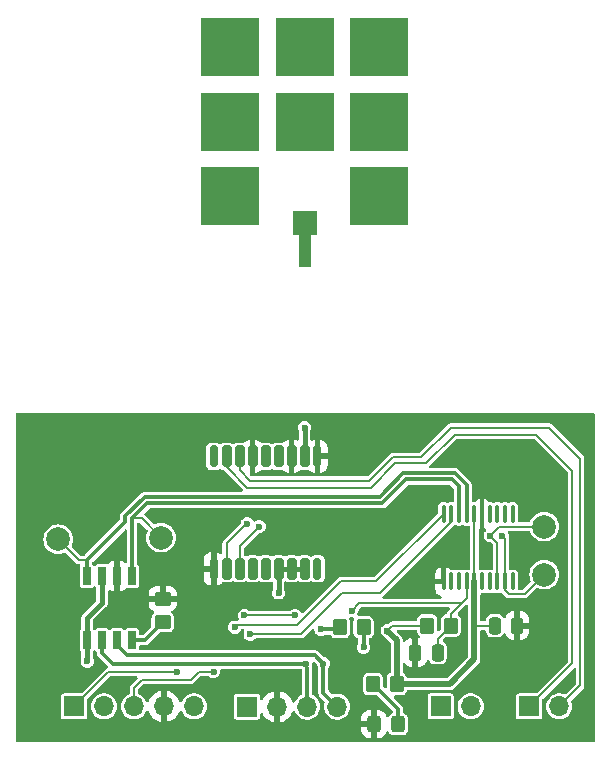
<source format=gbr>
%TF.GenerationSoftware,KiCad,Pcbnew,8.0.1*%
%TF.CreationDate,2025-07-31T15:37:34-05:00*%
%TF.ProjectId,GPS_board_v3,4750535f-626f-4617-9264-5f76332e6b69,rev?*%
%TF.SameCoordinates,Original*%
%TF.FileFunction,Copper,L1,Top*%
%TF.FilePolarity,Positive*%
%FSLAX46Y46*%
G04 Gerber Fmt 4.6, Leading zero omitted, Abs format (unit mm)*
G04 Created by KiCad (PCBNEW 8.0.1) date 2025-07-31 15:37:34*
%MOMM*%
%LPD*%
G01*
G04 APERTURE LIST*
G04 Aperture macros list*
%AMRoundRect*
0 Rectangle with rounded corners*
0 $1 Rounding radius*
0 $2 $3 $4 $5 $6 $7 $8 $9 X,Y pos of 4 corners*
0 Add a 4 corners polygon primitive as box body*
4,1,4,$2,$3,$4,$5,$6,$7,$8,$9,$2,$3,0*
0 Add four circle primitives for the rounded corners*
1,1,$1+$1,$2,$3*
1,1,$1+$1,$4,$5*
1,1,$1+$1,$6,$7*
1,1,$1+$1,$8,$9*
0 Add four rect primitives between the rounded corners*
20,1,$1+$1,$2,$3,$4,$5,0*
20,1,$1+$1,$4,$5,$6,$7,0*
20,1,$1+$1,$6,$7,$8,$9,0*
20,1,$1+$1,$8,$9,$2,$3,0*%
G04 Aperture macros list end*
%TA.AperFunction,ComponentPad*%
%ADD10C,2.000000*%
%TD*%
%TA.AperFunction,SMDPad,CuDef*%
%ADD11R,0.650000X1.528000*%
%TD*%
%TA.AperFunction,ComponentPad*%
%ADD12R,1.700000X1.700000*%
%TD*%
%TA.AperFunction,ComponentPad*%
%ADD13O,1.700000X1.700000*%
%TD*%
%TA.AperFunction,SMDPad,CuDef*%
%ADD14RoundRect,0.175000X0.175000X-0.725000X0.175000X0.725000X-0.175000X0.725000X-0.175000X-0.725000X0*%
%TD*%
%TA.AperFunction,SMDPad,CuDef*%
%ADD15RoundRect,0.200000X0.200000X-0.700000X0.200000X0.700000X-0.200000X0.700000X-0.200000X-0.700000X0*%
%TD*%
%TA.AperFunction,SMDPad,CuDef*%
%ADD16RoundRect,0.100000X0.100000X-0.637500X0.100000X0.637500X-0.100000X0.637500X-0.100000X-0.637500X0*%
%TD*%
%TA.AperFunction,SMDPad,CuDef*%
%ADD17RoundRect,0.250000X-0.350000X-0.450000X0.350000X-0.450000X0.350000X0.450000X-0.350000X0.450000X0*%
%TD*%
%TA.AperFunction,SMDPad,CuDef*%
%ADD18RoundRect,0.250000X0.450000X-0.350000X0.450000X0.350000X-0.450000X0.350000X-0.450000X-0.350000X0*%
%TD*%
%TA.AperFunction,ComponentPad*%
%ADD19R,5.000000X5.000000*%
%TD*%
%TA.AperFunction,SMDPad,CuDef*%
%ADD20R,2.000000X2.000000*%
%TD*%
%TA.AperFunction,ComponentPad*%
%ADD21R,1.000000X2.700000*%
%TD*%
%TA.AperFunction,SMDPad,CuDef*%
%ADD22RoundRect,0.250000X-0.250000X-0.475000X0.250000X-0.475000X0.250000X0.475000X-0.250000X0.475000X0*%
%TD*%
%TA.AperFunction,SMDPad,CuDef*%
%ADD23RoundRect,0.250000X0.250000X0.475000X-0.250000X0.475000X-0.250000X-0.475000X0.250000X-0.475000X0*%
%TD*%
%TA.AperFunction,SMDPad,CuDef*%
%ADD24RoundRect,0.250000X-0.325000X-0.450000X0.325000X-0.450000X0.325000X0.450000X-0.325000X0.450000X0*%
%TD*%
%TA.AperFunction,ViaPad*%
%ADD25C,0.600000*%
%TD*%
%TA.AperFunction,Conductor*%
%ADD26C,0.200000*%
%TD*%
%TA.AperFunction,Conductor*%
%ADD27C,0.350000*%
%TD*%
%TA.AperFunction,Conductor*%
%ADD28C,0.450000*%
%TD*%
%TA.AperFunction,Conductor*%
%ADD29C,0.500000*%
%TD*%
G04 APERTURE END LIST*
D10*
%TO.P,REF\u002A\u002A,1*%
%TO.N,CAN_TX*%
X135450000Y-111420000D03*
%TD*%
%TO.P,REF\u002A\u002A,1*%
%TO.N,CAN_RX*%
X126760000Y-111570000D03*
%TD*%
D11*
%TO.P,IC2,1,D*%
%TO.N,CAN_TX*%
X133005000Y-114689000D03*
%TO.P,IC2,2,GND*%
%TO.N,GND*%
X131735000Y-114689000D03*
%TO.P,IC2,3,VCC*%
%TO.N,+3V3*%
X130465000Y-114689000D03*
%TO.P,IC2,4,R*%
%TO.N,CAN_RX*%
X129195000Y-114689000D03*
%TO.P,IC2,5,VREF*%
%TO.N,+3V3*%
X129195000Y-120111000D03*
%TO.P,IC2,6,CANL*%
%TO.N,CANL*%
X130465000Y-120111000D03*
%TO.P,IC2,7,CANH*%
%TO.N,CANH*%
X131735000Y-120111000D03*
%TO.P,IC2,8,RS*%
%TO.N,Net-(IC2-RS)*%
X133005000Y-120111000D03*
%TD*%
D10*
%TO.P,REF\u002A\u002A,1*%
%TO.N,STM_UART_TX*%
X167894000Y-110490000D03*
%TD*%
D12*
%TO.P,J4,1,Pin_1*%
%TO.N,STM_RST*%
X128080000Y-125715000D03*
D13*
%TO.P,J4,2,Pin_2*%
%TO.N,+3V3*%
X130620000Y-125715000D03*
%TO.P,J4,3,Pin_3*%
%TO.N,SWCLK*%
X133160000Y-125715000D03*
%TO.P,J4,4,Pin_4*%
%TO.N,GND*%
X135700000Y-125715000D03*
%TO.P,J4,5,Pin_5*%
%TO.N,SWDIO*%
X138240000Y-125715000D03*
%TD*%
D14*
%TO.P,U5,1,GND*%
%TO.N,GND*%
X139900000Y-114050000D03*
D15*
%TO.P,U5,2,TXD*%
%TO.N,STM_UART_RX*%
X141000000Y-114050000D03*
%TO.P,U5,3,RXD*%
%TO.N,STM_UART_TX*%
X142100000Y-114050000D03*
%TO.P,U5,4,TIMEPULSE*%
%TO.N,unconnected-(U5-TIMEPULSE-Pad4)*%
X143200000Y-114050000D03*
%TO.P,U5,5,EXTINT*%
%TO.N,unconnected-(U5-EXTINT-Pad5)*%
X144300000Y-114050000D03*
%TO.P,U5,6,V_BCKP*%
%TO.N,+3V3*%
X145400000Y-114050000D03*
%TO.P,U5,7,VCC_IO*%
X146500000Y-114050000D03*
%TO.P,U5,8,VCC*%
X147600000Y-114050000D03*
D14*
%TO.P,U5,9,~{RESET}*%
%TO.N,unconnected-(U5-~{RESET}-Pad9)*%
X148700000Y-114050000D03*
%TO.P,U5,10,GND*%
%TO.N,GND*%
X148700000Y-104550000D03*
D15*
%TO.P,U5,11,RF_IN*%
%TO.N,Net-(A1-RF_OUT)*%
X147600000Y-104550000D03*
%TO.P,U5,12,GND*%
%TO.N,GND*%
X146500000Y-104550000D03*
%TO.P,U5,13,Reserved*%
%TO.N,unconnected-(U5-Reserved-Pad13)*%
X145400000Y-104550000D03*
%TO.P,U5,14,VCC_RF*%
%TO.N,unconnected-(U5-VCC_RF-Pad14)*%
X144300000Y-104550000D03*
%TO.P,U5,15,V_ANT*%
%TO.N,GND*%
X143200000Y-104550000D03*
%TO.P,U5,16,SDA*%
%TO.N,SDA*%
X142100000Y-104550000D03*
%TO.P,U5,17,SCL*%
%TO.N,SCL*%
X141000000Y-104550000D03*
D14*
%TO.P,U5,18,~{SAFEBOOT}*%
%TO.N,unconnected-(U5-~{SAFEBOOT}-Pad18)*%
X139900000Y-104550000D03*
%TD*%
D12*
%TO.P,J2,1,Pin_1*%
%TO.N,CANH*%
X159125000Y-125715000D03*
D13*
%TO.P,J2,2,Pin_2*%
%TO.N,Net-(J2A-Pin_2)*%
X161665000Y-125715000D03*
%TD*%
D16*
%TO.P,U1,1,PB8*%
%TO.N,GND*%
X159381000Y-115130500D03*
%TO.P,U1,2,PF0*%
%TO.N,unconnected-(U1-PF0-Pad2)*%
X160031000Y-115130500D03*
%TO.P,U1,3,PF1*%
%TO.N,unconnected-(U1-PF1-Pad3)*%
X160681000Y-115130500D03*
%TO.P,U1,4,NRST*%
%TO.N,STM_RST*%
X161331000Y-115130500D03*
%TO.P,U1,5,VDDA*%
%TO.N,+3V3*%
X161981000Y-115130500D03*
%TO.P,U1,6,PA0*%
%TO.N,unconnected-(U1-PA0-Pad6)*%
X162631000Y-115130500D03*
%TO.P,U1,7,PA1*%
%TO.N,unconnected-(U1-PA1-Pad7)*%
X163281000Y-115130500D03*
%TO.P,U1,8,PA2*%
%TO.N,STM_UART_TX*%
X163931000Y-115130500D03*
%TO.P,U1,9,PA3*%
%TO.N,STM_UART_RX*%
X164581000Y-115130500D03*
%TO.P,U1,10,PA4*%
%TO.N,unconnected-(U1-PA4-Pad10)*%
X165231000Y-115130500D03*
%TO.P,U1,11,PA5*%
%TO.N,unconnected-(U1-PA5-Pad11)*%
X165231000Y-109405500D03*
%TO.P,U1,12,PA6*%
%TO.N,unconnected-(U1-PA6-Pad12)*%
X164581000Y-109405500D03*
%TO.P,U1,13,PA7*%
%TO.N,unconnected-(U1-PA7-Pad13)*%
X163931000Y-109405500D03*
%TO.P,U1,14,PB1*%
%TO.N,unconnected-(U1-PB1-Pad14)*%
X163281000Y-109405500D03*
%TO.P,U1,15,VSSA*%
%TO.N,GND*%
X162631000Y-109405500D03*
%TO.P,U1,16,VDD*%
%TO.N,+3V3*%
X161981000Y-109405500D03*
%TO.P,U1,17,PA9/PA11*%
%TO.N,CAN_RX*%
X161331000Y-109405500D03*
%TO.P,U1,18,PA10/PA12*%
%TO.N,CAN_TX*%
X160681000Y-109405500D03*
%TO.P,U1,19,PA13*%
%TO.N,SWDIO*%
X160031000Y-109405500D03*
%TO.P,U1,20,PA14*%
%TO.N,SWCLK*%
X159381000Y-109405500D03*
%TD*%
D17*
%TO.P,R9,1*%
%TO.N,CANL*%
X150600000Y-119000000D03*
%TO.P,R9,2*%
%TO.N,Net-(J2A-Pin_2)*%
X152600000Y-119000000D03*
%TD*%
D18*
%TO.P,R8,1*%
%TO.N,Net-(IC2-RS)*%
X135600000Y-118600000D03*
%TO.P,R8,2*%
%TO.N,GND*%
X135600000Y-116600000D03*
%TD*%
D17*
%TO.P,R1,1*%
%TO.N,+3V3*%
X158004000Y-118872000D03*
%TO.P,R1,2*%
%TO.N,STM_RST*%
X160004000Y-118872000D03*
%TD*%
D19*
%TO.P,A1,1,GND*%
%TO.N,GND*%
X141300000Y-69900000D03*
X141300000Y-76200000D03*
X141300000Y-82500000D03*
X147600000Y-69900000D03*
X147600000Y-76200000D03*
X153900000Y-69900000D03*
X153900000Y-76200000D03*
X153900000Y-82500000D03*
D20*
%TO.P,A1,2,RF_OUT*%
%TO.N,Net-(A1-RF_OUT)*%
X147600000Y-84800000D03*
D21*
X147600000Y-87150000D03*
%TD*%
D17*
%TO.P,R10,1*%
%TO.N,Net-(D1-A)*%
X153400000Y-123815000D03*
%TO.P,R10,2*%
%TO.N,+3V3*%
X155400000Y-123815000D03*
%TD*%
D22*
%TO.P,C2,1*%
%TO.N,+3V3*%
X163708000Y-118872000D03*
%TO.P,C2,2*%
%TO.N,GND*%
X165608000Y-118872000D03*
%TD*%
D10*
%TO.P,REF\u002A\u002A,1*%
%TO.N,STM_UART_RX*%
X167894000Y-114554000D03*
%TD*%
D12*
%TO.P,J3,1,Pin_1*%
%TO.N,+3V3*%
X142748000Y-125730000D03*
D13*
%TO.P,J3,2,Pin_2*%
%TO.N,GND*%
X145288000Y-125730000D03*
%TO.P,J3,3,Pin_3*%
%TO.N,CANL*%
X147828000Y-125730000D03*
%TO.P,J3,4,Pin_4*%
%TO.N,CANH*%
X150368000Y-125730000D03*
%TD*%
D23*
%TO.P,C1,1*%
%TO.N,STM_RST*%
X158872000Y-121158000D03*
%TO.P,C1,2*%
%TO.N,GND*%
X156972000Y-121158000D03*
%TD*%
D12*
%TO.P,J1,1,Pin_1*%
%TO.N,SCL*%
X166625000Y-125715000D03*
D13*
%TO.P,J1,2,Pin_2*%
%TO.N,SDA*%
X169165000Y-125715000D03*
%TD*%
D24*
%TO.P,D1,1,K*%
%TO.N,GND*%
X153475000Y-127215000D03*
%TO.P,D1,2,A*%
%TO.N,Net-(D1-A)*%
X155525000Y-127215000D03*
%TD*%
D25*
%TO.N,STM_RST*%
X146800000Y-118000000D03*
X151600000Y-117600000D03*
X136800000Y-122800000D03*
X142500000Y-118000000D03*
%TO.N,SWDIO*%
X143000000Y-119600000D03*
%TO.N,CANH*%
X149200000Y-122100000D03*
%TO.N,Net-(A1-RF_OUT)*%
X147600000Y-102100000D03*
%TO.N,SWCLK*%
X141700000Y-119000000D03*
X139900000Y-122775000D03*
%TO.N,+3V3*%
X129200000Y-121900000D03*
X145400000Y-116100000D03*
X154600000Y-119300000D03*
%TO.N,CANL*%
X149000000Y-119200000D03*
X147700000Y-122100000D03*
%TO.N,Net-(J2A-Pin_2)*%
X152600000Y-120700000D03*
%TO.N,STM_UART_TX*%
X163322000Y-111252000D03*
X143764000Y-110490000D03*
%TO.N,STM_UART_RX*%
X164338000Y-111252000D03*
X142748000Y-110236000D03*
%TO.N,GND*%
X171600000Y-109500000D03*
X123700000Y-114500000D03*
X123700000Y-109500000D03*
X171600000Y-114500000D03*
X156464000Y-119634000D03*
X123700000Y-104500000D03*
X123700000Y-123000000D03*
X171600000Y-123000000D03*
X123700000Y-118900000D03*
X123700000Y-128000000D03*
X130600000Y-109500000D03*
X171600000Y-104500000D03*
X157734000Y-115316000D03*
X171600000Y-118900000D03*
X130600000Y-104500000D03*
X162814000Y-112776000D03*
X171600000Y-128000000D03*
%TD*%
D26*
%TO.N,CAN_TX*%
X135450000Y-111420000D02*
X133825000Y-109795000D01*
X133825000Y-109795000D02*
X133005000Y-109795000D01*
%TO.N,CAN_RX*%
X126760000Y-111570000D02*
X128495000Y-113305000D01*
X128495000Y-113305000D02*
X129195000Y-113305000D01*
%TO.N,STM_RST*%
X152250000Y-116950000D02*
X151600000Y-117600000D01*
X158872000Y-121158000D02*
X158872000Y-120004000D01*
X161331000Y-116545000D02*
X160926000Y-116950000D01*
X128080000Y-125715000D02*
X130995000Y-122800000D01*
X142500000Y-118000000D02*
X146800000Y-118000000D01*
X130995000Y-122800000D02*
X136800000Y-122800000D01*
X161331000Y-115130500D02*
X161331000Y-116545000D01*
X160004000Y-117872000D02*
X160926000Y-116950000D01*
X160004000Y-118872000D02*
X160004000Y-117872000D01*
X160926000Y-116950000D02*
X152250000Y-116950000D01*
X158872000Y-120004000D02*
X160004000Y-118872000D01*
%TO.N,SWDIO*%
X150800000Y-116100000D02*
X154000000Y-116100000D01*
X154000000Y-116100000D02*
X160031000Y-110069000D01*
X147300000Y-119600000D02*
X150800000Y-116100000D01*
X160031000Y-110069000D02*
X160031000Y-109405500D01*
X143000000Y-119600000D02*
X147300000Y-119600000D01*
D27*
%TO.N,CAN_TX*%
X160094000Y-106500000D02*
X160681000Y-107087000D01*
X134300000Y-108500000D02*
X154200000Y-108500000D01*
X133005000Y-109795000D02*
X134300000Y-108500000D01*
X154200000Y-108500000D02*
X156200000Y-106500000D01*
X133005000Y-114689000D02*
X133005000Y-109795000D01*
X156200000Y-106500000D02*
X160094000Y-106500000D01*
X160681000Y-107087000D02*
X160681000Y-109405500D01*
%TO.N,CAN_RX*%
X161331000Y-106959182D02*
X161331000Y-109405500D01*
X134072182Y-107950000D02*
X153950000Y-107950000D01*
X129195000Y-114689000D02*
X129195000Y-113305000D01*
X132400000Y-109622182D02*
X134072182Y-107950000D01*
X153950000Y-107950000D02*
X155950000Y-105950000D01*
X155950000Y-105950000D02*
X160321818Y-105950000D01*
X129195000Y-113305000D02*
X132400000Y-110100000D01*
X132400000Y-110100000D02*
X132400000Y-109622182D01*
X160321818Y-105950000D02*
X161331000Y-106959182D01*
%TO.N,CANH*%
X149200000Y-124562000D02*
X150368000Y-125730000D01*
X131735000Y-120550000D02*
X132585000Y-121400000D01*
X148500000Y-121400000D02*
X149200000Y-122100000D01*
X131735000Y-120111000D02*
X131735000Y-120550000D01*
X149200000Y-122100000D02*
X149200000Y-124562000D01*
X132585000Y-121400000D02*
X148500000Y-121400000D01*
D26*
%TO.N,SCL*%
X170280000Y-105780000D02*
X167200000Y-102700000D01*
X166625000Y-125715000D02*
X170280000Y-122060000D01*
X141000000Y-105450000D02*
X141000000Y-104550000D01*
X167200000Y-102700000D02*
X160300000Y-102700000D01*
X142750000Y-107200000D02*
X141000000Y-105450000D01*
X153200000Y-107200000D02*
X142750000Y-107200000D01*
X155300000Y-105100000D02*
X153200000Y-107200000D01*
X160300000Y-102700000D02*
X157900000Y-105100000D01*
X157900000Y-105100000D02*
X155300000Y-105100000D01*
X170280000Y-122060000D02*
X170280000Y-105780000D01*
%TO.N,SDA*%
X142100000Y-105700000D02*
X142100000Y-104550000D01*
X170942000Y-123938000D02*
X170942000Y-104742000D01*
X143000000Y-106600000D02*
X142100000Y-105700000D01*
X168300000Y-102100000D02*
X160000000Y-102100000D01*
X169165000Y-125715000D02*
X170942000Y-123938000D01*
X160000000Y-102100000D02*
X157500000Y-104600000D01*
X170942000Y-104742000D02*
X168300000Y-102100000D01*
X153100000Y-106600000D02*
X143000000Y-106600000D01*
X157500000Y-104600000D02*
X155100000Y-104600000D01*
X155100000Y-104600000D02*
X153100000Y-106600000D01*
%TO.N,Net-(A1-RF_OUT)*%
X147600000Y-84900000D02*
X147600000Y-87250000D01*
D28*
X147600000Y-104550000D02*
X147600000Y-102100000D01*
D26*
%TO.N,SWCLK*%
X141900000Y-118800000D02*
X147000000Y-118800000D01*
X153686500Y-115100000D02*
X159381000Y-109405500D01*
X133858000Y-123444000D02*
X133160000Y-124142000D01*
X147000000Y-118800000D02*
X150700000Y-115100000D01*
X137971000Y-123444000D02*
X133858000Y-123444000D01*
X138640000Y-122775000D02*
X137971000Y-123444000D01*
X150700000Y-115100000D02*
X153686500Y-115100000D01*
X139900000Y-122775000D02*
X138640000Y-122775000D01*
X133160000Y-124142000D02*
X133160000Y-125715000D01*
X141700000Y-119000000D02*
X141900000Y-118800000D01*
D29*
%TO.N,+3V3*%
X161981000Y-119126000D02*
X161981000Y-115130500D01*
X161981000Y-121737000D02*
X161981000Y-119126000D01*
D28*
X129195000Y-120111000D02*
X129195000Y-118205000D01*
D29*
X155400000Y-120100000D02*
X154600000Y-119300000D01*
D28*
X145400000Y-116100000D02*
X145400000Y-114050000D01*
D26*
X162235000Y-118872000D02*
X161981000Y-119126000D01*
X158004000Y-118872000D02*
X155028000Y-118872000D01*
X161981000Y-109405500D02*
X161981000Y-115130500D01*
D29*
X155400000Y-123815000D02*
X155400000Y-120100000D01*
X155400000Y-123815000D02*
X159903000Y-123815000D01*
D28*
X146500000Y-114050000D02*
X147600000Y-114050000D01*
D26*
X163708000Y-118872000D02*
X162235000Y-118872000D01*
D28*
X129195000Y-118205000D02*
X130465000Y-116935000D01*
X129195000Y-121895000D02*
X129200000Y-121900000D01*
D26*
X155028000Y-118872000D02*
X154600000Y-119300000D01*
D28*
X129195000Y-120111000D02*
X129195000Y-121895000D01*
D29*
X159903000Y-123815000D02*
X161981000Y-121737000D01*
D28*
X145400000Y-114050000D02*
X146500000Y-114050000D01*
X130465000Y-116935000D02*
X130465000Y-114689000D01*
D27*
%TO.N,Net-(D1-A)*%
X155525000Y-125940000D02*
X153400000Y-123815000D01*
X155525000Y-127215000D02*
X155525000Y-125940000D01*
%TO.N,CANL*%
X149000000Y-119200000D02*
X150400000Y-119200000D01*
X147828000Y-122428000D02*
X147828000Y-125730000D01*
X147700000Y-122100000D02*
X131400000Y-122100000D01*
X150400000Y-119200000D02*
X150600000Y-119000000D01*
X131400000Y-122100000D02*
X130465000Y-121165000D01*
X147700000Y-122100000D02*
X147700000Y-122300000D01*
X147700000Y-122300000D02*
X147828000Y-122428000D01*
X130465000Y-121165000D02*
X130465000Y-120111000D01*
%TO.N,Net-(IC2-RS)*%
X133005000Y-120111000D02*
X134089000Y-120111000D01*
X134089000Y-120111000D02*
X135600000Y-118600000D01*
%TO.N,Net-(J2A-Pin_2)*%
X152600000Y-119000000D02*
X152600000Y-120700000D01*
D26*
%TO.N,STM_UART_TX*%
X163931000Y-111861000D02*
X163322000Y-111252000D01*
X142100000Y-114050000D02*
X142100000Y-112154000D01*
X163931000Y-115130500D02*
X163931000Y-111861000D01*
X142100000Y-112154000D02*
X143764000Y-110490000D01*
X163322000Y-111252000D02*
X164084000Y-110490000D01*
X164084000Y-110490000D02*
X167894000Y-110490000D01*
%TO.N,STM_UART_RX*%
X141000000Y-111900000D02*
X141000000Y-114050000D01*
X142664000Y-110236000D02*
X141000000Y-111900000D01*
X166248000Y-116200000D02*
X167894000Y-114554000D01*
X164581000Y-115130500D02*
X164581000Y-111495000D01*
X164581000Y-111495000D02*
X164338000Y-111252000D01*
X164581000Y-115867999D02*
X164913001Y-116200000D01*
X164581000Y-115130500D02*
X164581000Y-115867999D01*
X164913001Y-116200000D02*
X166248000Y-116200000D01*
X142748000Y-110236000D02*
X142664000Y-110236000D01*
%TO.N,GND*%
X159381000Y-115130500D02*
X157919500Y-115130500D01*
X156972000Y-120142000D02*
X156464000Y-119634000D01*
X156972000Y-121158000D02*
X156972000Y-120142000D01*
X157919500Y-115130500D02*
X157734000Y-115316000D01*
X162631000Y-112593000D02*
X162814000Y-112776000D01*
X162631000Y-109405500D02*
X162631000Y-112593000D01*
%TD*%
%TA.AperFunction,Conductor*%
%TO.N,GND*%
G36*
X161395835Y-117084019D02*
G01*
X161451768Y-117125891D01*
X161476184Y-117191356D01*
X161476500Y-117200200D01*
X161476500Y-121476667D01*
X161456815Y-121543706D01*
X161440181Y-121564348D01*
X159730348Y-123274181D01*
X159669025Y-123307666D01*
X159642667Y-123310500D01*
X156354217Y-123310500D01*
X156287178Y-123290815D01*
X156241423Y-123238011D01*
X156238036Y-123229835D01*
X156217279Y-123174185D01*
X156197342Y-123120733D01*
X156119698Y-123017011D01*
X156110404Y-123004595D01*
X156030463Y-122944754D01*
X155994267Y-122917658D01*
X155994265Y-122917657D01*
X155990154Y-122916123D01*
X155985163Y-122914262D01*
X155929231Y-122872390D01*
X155904816Y-122806926D01*
X155904500Y-122798082D01*
X155904500Y-122173301D01*
X155924185Y-122106262D01*
X155976989Y-122060507D01*
X156046147Y-122050563D01*
X156109703Y-122079588D01*
X156125767Y-122096391D01*
X156129684Y-122101345D01*
X156253654Y-122225315D01*
X156402875Y-122317356D01*
X156402880Y-122317358D01*
X156569302Y-122372505D01*
X156569309Y-122372506D01*
X156672019Y-122382999D01*
X156721999Y-122382998D01*
X156722000Y-122382998D01*
X156722000Y-119933000D01*
X156721999Y-119932999D01*
X156672029Y-119933000D01*
X156672011Y-119933001D01*
X156569302Y-119943494D01*
X156402880Y-119998641D01*
X156402875Y-119998643D01*
X156253654Y-120090684D01*
X156129682Y-120214656D01*
X156125763Y-120219613D01*
X156068740Y-120259987D01*
X155998941Y-120263123D01*
X155938526Y-120228025D01*
X155906678Y-120165836D01*
X155904500Y-120142698D01*
X155904500Y-120033583D01*
X155904500Y-120033581D01*
X155870119Y-119905270D01*
X155835345Y-119845040D01*
X155803701Y-119790230D01*
X155451652Y-119438181D01*
X155418167Y-119376858D01*
X155423151Y-119307166D01*
X155465023Y-119251233D01*
X155530487Y-119226816D01*
X155539333Y-119226500D01*
X157025501Y-119226500D01*
X157092540Y-119246185D01*
X157138295Y-119298989D01*
X157149501Y-119350500D01*
X157149501Y-119370257D01*
X157155960Y-119430344D01*
X157206655Y-119566261D01*
X157206656Y-119566264D01*
X157206658Y-119566267D01*
X157216671Y-119579643D01*
X157293595Y-119682404D01*
X157330102Y-119709732D01*
X157371974Y-119765665D01*
X157376960Y-119835357D01*
X157343475Y-119896680D01*
X157282153Y-119930166D01*
X157255793Y-119933000D01*
X157222000Y-119933000D01*
X157222000Y-122382999D01*
X157271972Y-122382999D01*
X157271986Y-122382998D01*
X157374697Y-122372505D01*
X157541119Y-122317358D01*
X157541124Y-122317356D01*
X157690345Y-122225315D01*
X157814315Y-122101345D01*
X157906356Y-121952124D01*
X157906359Y-121952117D01*
X157934922Y-121865918D01*
X157974694Y-121808473D01*
X158039209Y-121781649D01*
X158107985Y-121793963D01*
X158159186Y-121841506D01*
X158168808Y-121861583D01*
X158174658Y-121877267D01*
X158191674Y-121899998D01*
X158261595Y-121993404D01*
X158319443Y-122036707D01*
X158377733Y-122080342D01*
X158513658Y-122131040D01*
X158573745Y-122137500D01*
X159170254Y-122137499D01*
X159230342Y-122131040D01*
X159366267Y-122080342D01*
X159482404Y-121993404D01*
X159569342Y-121877267D01*
X159620040Y-121741342D01*
X159623998Y-121704526D01*
X159626499Y-121681271D01*
X159626499Y-121681264D01*
X159626500Y-121681255D01*
X159626499Y-120634746D01*
X159620040Y-120574658D01*
X159605159Y-120534761D01*
X159569344Y-120438738D01*
X159569343Y-120438737D01*
X159569342Y-120438733D01*
X159510653Y-120360333D01*
X159482404Y-120322595D01*
X159359168Y-120230344D01*
X159359954Y-120229293D01*
X159316975Y-120186310D01*
X159302126Y-120118037D01*
X159326547Y-120052574D01*
X159338118Y-120039220D01*
X159514532Y-119862805D01*
X159575853Y-119829322D01*
X159602424Y-119827219D01*
X159602424Y-119826500D01*
X159605744Y-119826499D01*
X159605745Y-119826500D01*
X160402254Y-119826499D01*
X160462342Y-119820040D01*
X160598267Y-119769342D01*
X160714404Y-119682404D01*
X160801342Y-119566267D01*
X160852040Y-119430342D01*
X160855812Y-119395255D01*
X160858499Y-119370271D01*
X160858499Y-119370264D01*
X160858500Y-119370255D01*
X160858499Y-118373746D01*
X160852040Y-118313658D01*
X160827681Y-118248350D01*
X160801344Y-118177738D01*
X160801343Y-118177737D01*
X160801342Y-118177733D01*
X160714404Y-118061596D01*
X160600972Y-117976683D01*
X160559102Y-117920750D01*
X160554117Y-117851059D01*
X160587598Y-117789739D01*
X161209671Y-117167668D01*
X161209671Y-117167667D01*
X161264820Y-117112518D01*
X161326144Y-117079033D01*
X161395835Y-117084019D01*
G37*
%TD.AperFunction*%
%TA.AperFunction,Conductor*%
G36*
X161060461Y-110354223D02*
G01*
X161128447Y-110387460D01*
X161128448Y-110387460D01*
X161128450Y-110387461D01*
X161197354Y-110397500D01*
X161197360Y-110397500D01*
X161464643Y-110397500D01*
X161464646Y-110397500D01*
X161484623Y-110394589D01*
X161553797Y-110404401D01*
X161606688Y-110450055D01*
X161626500Y-110517057D01*
X161626500Y-114018706D01*
X161606815Y-114085745D01*
X161554011Y-114131500D01*
X161484853Y-114141444D01*
X161464646Y-114138500D01*
X161197354Y-114138500D01*
X161145676Y-114146029D01*
X161128448Y-114148539D01*
X161060460Y-114181777D01*
X160991587Y-114193535D01*
X160951540Y-114181777D01*
X160883551Y-114148539D01*
X160873706Y-114147104D01*
X160814646Y-114138500D01*
X160547354Y-114138500D01*
X160495676Y-114146029D01*
X160478448Y-114148539D01*
X160410460Y-114181777D01*
X160341587Y-114193535D01*
X160301540Y-114181777D01*
X160233551Y-114148539D01*
X160223706Y-114147104D01*
X160164646Y-114138500D01*
X160026416Y-114138500D01*
X159959377Y-114118815D01*
X159928041Y-114089987D01*
X159908926Y-114065077D01*
X159783586Y-113968899D01*
X159637631Y-113908444D01*
X159581000Y-113900987D01*
X159581000Y-114419480D01*
X159579705Y-114437354D01*
X159576500Y-114459356D01*
X159576500Y-115206500D01*
X159556815Y-115273539D01*
X159504011Y-115319294D01*
X159452500Y-115330500D01*
X158681001Y-115330500D01*
X158681001Y-115807324D01*
X158696442Y-115924628D01*
X158696444Y-115924633D01*
X158756899Y-116070585D01*
X158853075Y-116195924D01*
X158978413Y-116292100D01*
X159131877Y-116355666D01*
X159131041Y-116357681D01*
X159180930Y-116388090D01*
X159211459Y-116450936D01*
X159203165Y-116520312D01*
X159158679Y-116574190D01*
X159092128Y-116595465D01*
X159089176Y-116595500D01*
X154305201Y-116595500D01*
X154238162Y-116575815D01*
X154192407Y-116523011D01*
X154182463Y-116453853D01*
X154211488Y-116390297D01*
X154217520Y-116383819D01*
X155670839Y-114930500D01*
X158681000Y-114930500D01*
X159181000Y-114930500D01*
X159181000Y-113900987D01*
X159124368Y-113908444D01*
X158978413Y-113968899D01*
X158853075Y-114065075D01*
X158756899Y-114190413D01*
X158696445Y-114336365D01*
X158696444Y-114336369D01*
X158681000Y-114453669D01*
X158681000Y-114930500D01*
X155670839Y-114930500D01*
X155703778Y-114897561D01*
X160183358Y-110417979D01*
X160225367Y-110392655D01*
X160224896Y-110391692D01*
X160248821Y-110379994D01*
X160301540Y-110354222D01*
X160370411Y-110342463D01*
X160410461Y-110354223D01*
X160478447Y-110387460D01*
X160478448Y-110387460D01*
X160478450Y-110387461D01*
X160547354Y-110397500D01*
X160547360Y-110397500D01*
X160814640Y-110397500D01*
X160814646Y-110397500D01*
X160883550Y-110387461D01*
X160951539Y-110354222D01*
X161020412Y-110342463D01*
X161060461Y-110354223D01*
G37*
%TD.AperFunction*%
%TA.AperFunction,Conductor*%
G36*
X172063558Y-100862870D02*
G01*
X172130586Y-100882584D01*
X172176317Y-100935409D01*
X172187500Y-100986870D01*
X172187500Y-128575500D01*
X172167815Y-128642539D01*
X172115011Y-128688294D01*
X172063500Y-128699500D01*
X123274500Y-128699500D01*
X123207461Y-128679815D01*
X123161706Y-128627011D01*
X123150500Y-128575500D01*
X123150500Y-127465000D01*
X152400001Y-127465000D01*
X152400001Y-127714986D01*
X152410494Y-127817697D01*
X152465641Y-127984119D01*
X152465643Y-127984124D01*
X152557684Y-128133345D01*
X152681654Y-128257315D01*
X152830875Y-128349356D01*
X152830880Y-128349358D01*
X152997302Y-128404505D01*
X152997309Y-128404506D01*
X153100019Y-128414999D01*
X153224999Y-128414999D01*
X153225000Y-128414998D01*
X153225000Y-127465000D01*
X152400001Y-127465000D01*
X123150500Y-127465000D01*
X123150500Y-111570002D01*
X125500708Y-111570002D01*
X125517607Y-111763168D01*
X125519839Y-111788674D01*
X125576653Y-112000703D01*
X125576654Y-112000706D01*
X125576655Y-112000708D01*
X125669419Y-112199642D01*
X125669423Y-112199650D01*
X125795322Y-112379452D01*
X125795327Y-112379458D01*
X125950541Y-112534672D01*
X125950547Y-112534677D01*
X126130349Y-112660576D01*
X126130351Y-112660577D01*
X126130354Y-112660579D01*
X126329297Y-112753347D01*
X126541326Y-112810161D01*
X126697521Y-112823826D01*
X126759998Y-112829292D01*
X126760000Y-112829292D01*
X126760002Y-112829292D01*
X126814668Y-112824509D01*
X126978674Y-112810161D01*
X127190703Y-112753347D01*
X127283399Y-112710121D01*
X127352475Y-112699630D01*
X127416259Y-112728150D01*
X127423484Y-112734823D01*
X128277332Y-113588671D01*
X128277334Y-113588672D01*
X128277338Y-113588675D01*
X128335858Y-113622461D01*
X128358169Y-113635342D01*
X128448329Y-113659501D01*
X128448331Y-113659501D01*
X128513528Y-113659501D01*
X128580567Y-113679186D01*
X128626322Y-113731990D01*
X128636266Y-113801148D01*
X128632202Y-113815957D01*
X128615500Y-113899928D01*
X128615500Y-115478063D01*
X128630266Y-115552301D01*
X128686515Y-115636484D01*
X128718244Y-115657684D01*
X128770699Y-115692734D01*
X128770702Y-115692734D01*
X128770703Y-115692735D01*
X128795666Y-115697700D01*
X128844933Y-115707500D01*
X129545066Y-115707499D01*
X129619301Y-115692734D01*
X129703484Y-115636484D01*
X129726898Y-115601443D01*
X129780510Y-115556638D01*
X129849835Y-115547931D01*
X129912862Y-115578085D01*
X129933102Y-115601443D01*
X129963301Y-115646639D01*
X129959949Y-115648878D01*
X129982656Y-115690425D01*
X129985500Y-115716830D01*
X129985500Y-116685022D01*
X129965815Y-116752061D01*
X129949181Y-116772703D01*
X128811305Y-117910578D01*
X128811303Y-117910580D01*
X128774310Y-117974657D01*
X128774309Y-117974658D01*
X128748178Y-118019917D01*
X128748177Y-118019920D01*
X128726008Y-118102660D01*
X128715613Y-118141454D01*
X128715557Y-118141663D01*
X128715500Y-118141873D01*
X128715500Y-119083170D01*
X128695815Y-119150209D01*
X128693283Y-119153350D01*
X128693301Y-119153362D01*
X128630265Y-119247699D01*
X128630264Y-119247703D01*
X128615500Y-119321928D01*
X128615500Y-120900063D01*
X128630266Y-120974301D01*
X128693301Y-121068639D01*
X128689949Y-121070878D01*
X128712656Y-121112425D01*
X128715500Y-121138830D01*
X128715500Y-121596042D01*
X128706061Y-121643495D01*
X128659772Y-121755245D01*
X128659771Y-121755247D01*
X128640715Y-121899998D01*
X128640715Y-121900001D01*
X128659771Y-122044752D01*
X128659773Y-122044757D01*
X128715642Y-122179638D01*
X128715645Y-122179644D01*
X128804525Y-122295473D01*
X128804526Y-122295474D01*
X128920355Y-122384354D01*
X128920361Y-122384357D01*
X128987801Y-122412291D01*
X129055246Y-122440228D01*
X129127623Y-122449756D01*
X129199999Y-122459285D01*
X129200000Y-122459285D01*
X129200001Y-122459285D01*
X129261944Y-122451130D01*
X129344754Y-122440228D01*
X129479643Y-122384355D01*
X129595474Y-122295474D01*
X129684355Y-122179643D01*
X129740228Y-122044754D01*
X129759285Y-121900000D01*
X129756292Y-121877269D01*
X129740228Y-121755247D01*
X129740228Y-121755246D01*
X129684355Y-121620358D01*
X129683939Y-121619353D01*
X129674500Y-121571900D01*
X129674500Y-121138830D01*
X129694185Y-121071791D01*
X129696716Y-121068650D01*
X129696699Y-121068639D01*
X129726898Y-121023443D01*
X129780510Y-120978638D01*
X129849835Y-120969931D01*
X129912862Y-121000085D01*
X129933102Y-121023443D01*
X129956516Y-121058485D01*
X129980390Y-121074437D01*
X130025196Y-121128049D01*
X130035500Y-121177539D01*
X130035500Y-121221545D01*
X130045613Y-121259285D01*
X130064771Y-121330784D01*
X130072085Y-121343452D01*
X130072089Y-121343457D01*
X130121313Y-121428717D01*
X130121315Y-121428720D01*
X130946124Y-122253529D01*
X130979609Y-122314852D01*
X130974625Y-122384544D01*
X130932753Y-122440477D01*
X130890540Y-122460983D01*
X130873616Y-122465519D01*
X130858168Y-122469658D01*
X130858162Y-122469661D01*
X130777338Y-122516324D01*
X130777330Y-122516330D01*
X128719478Y-124574181D01*
X128658155Y-124607666D01*
X128631797Y-124610500D01*
X127204936Y-124610500D01*
X127130698Y-124625266D01*
X127046515Y-124681515D01*
X126990266Y-124765699D01*
X126990264Y-124765703D01*
X126975500Y-124839928D01*
X126975500Y-126590063D01*
X126990266Y-126664301D01*
X127046515Y-126748484D01*
X127080234Y-126771014D01*
X127130699Y-126804734D01*
X127130702Y-126804734D01*
X127130703Y-126804735D01*
X127155666Y-126809700D01*
X127204933Y-126819500D01*
X128955066Y-126819499D01*
X129029301Y-126804734D01*
X129113484Y-126748484D01*
X129169734Y-126664301D01*
X129184500Y-126590067D01*
X129184499Y-125714999D01*
X129510768Y-125714999D01*
X129529654Y-125918816D01*
X129529654Y-125918818D01*
X129529655Y-125918821D01*
X129576632Y-126083928D01*
X129585673Y-126115704D01*
X129676912Y-126298935D01*
X129800269Y-126462287D01*
X129951537Y-126600185D01*
X129951539Y-126600187D01*
X130125569Y-126707942D01*
X130125575Y-126707945D01*
X130164287Y-126722942D01*
X130316444Y-126781888D01*
X130517653Y-126819500D01*
X130517656Y-126819500D01*
X130722344Y-126819500D01*
X130722347Y-126819500D01*
X130923556Y-126781888D01*
X131114427Y-126707944D01*
X131288462Y-126600186D01*
X131439732Y-126462285D01*
X131563088Y-126298935D01*
X131654328Y-126115701D01*
X131710345Y-125918821D01*
X131729232Y-125715000D01*
X131710345Y-125511179D01*
X131654328Y-125314299D01*
X131563088Y-125131065D01*
X131492371Y-125037420D01*
X131439730Y-124967712D01*
X131288462Y-124829814D01*
X131288460Y-124829812D01*
X131114430Y-124722057D01*
X131114424Y-124722054D01*
X130943806Y-124655957D01*
X130923556Y-124648112D01*
X130722347Y-124610500D01*
X130517653Y-124610500D01*
X130316444Y-124648112D01*
X130316441Y-124648112D01*
X130316441Y-124648113D01*
X130125575Y-124722054D01*
X130125569Y-124722057D01*
X129951539Y-124829812D01*
X129951537Y-124829814D01*
X129800269Y-124967712D01*
X129676912Y-125131064D01*
X129585673Y-125314295D01*
X129529654Y-125511183D01*
X129510768Y-125714999D01*
X129184499Y-125714999D01*
X129184499Y-125163199D01*
X129204184Y-125096161D01*
X129220813Y-125075524D01*
X131105520Y-123190819D01*
X131166843Y-123157334D01*
X131193201Y-123154500D01*
X133346799Y-123154500D01*
X133413838Y-123174185D01*
X133459593Y-123226989D01*
X133469537Y-123296147D01*
X133440512Y-123359703D01*
X133434480Y-123366181D01*
X132876330Y-123924330D01*
X132876328Y-123924333D01*
X132829659Y-124005167D01*
X132829659Y-124005168D01*
X132814406Y-124062094D01*
X132805500Y-124095330D01*
X132805500Y-124582905D01*
X132785815Y-124649944D01*
X132733011Y-124695699D01*
X132726296Y-124698531D01*
X132665569Y-124722057D01*
X132491536Y-124829815D01*
X132340269Y-124967712D01*
X132216912Y-125131064D01*
X132125673Y-125314295D01*
X132069654Y-125511183D01*
X132050768Y-125714999D01*
X132069654Y-125918816D01*
X132069654Y-125918818D01*
X132069655Y-125918821D01*
X132116632Y-126083928D01*
X132125673Y-126115704D01*
X132216912Y-126298935D01*
X132340269Y-126462287D01*
X132491537Y-126600185D01*
X132491539Y-126600187D01*
X132665569Y-126707942D01*
X132665575Y-126707945D01*
X132704287Y-126722942D01*
X132856444Y-126781888D01*
X133057653Y-126819500D01*
X133057656Y-126819500D01*
X133262344Y-126819500D01*
X133262347Y-126819500D01*
X133463556Y-126781888D01*
X133654427Y-126707944D01*
X133828462Y-126600186D01*
X133979732Y-126462285D01*
X134103088Y-126298935D01*
X134188380Y-126127645D01*
X134235883Y-126076408D01*
X134303545Y-126058987D01*
X134369886Y-126080912D01*
X134413841Y-126135224D01*
X134419155Y-126150823D01*
X134426567Y-126178485D01*
X134426570Y-126178492D01*
X134526399Y-126392578D01*
X134661894Y-126586082D01*
X134828917Y-126753105D01*
X135022421Y-126888600D01*
X135236507Y-126988429D01*
X135236516Y-126988433D01*
X135450000Y-127045634D01*
X135450000Y-126148012D01*
X135507007Y-126180925D01*
X135634174Y-126215000D01*
X135765826Y-126215000D01*
X135892993Y-126180925D01*
X135950000Y-126148012D01*
X135950000Y-127045633D01*
X136163483Y-126988433D01*
X136163492Y-126988429D01*
X136377578Y-126888600D01*
X136571082Y-126753105D01*
X136738105Y-126586082D01*
X136873600Y-126392578D01*
X136973429Y-126178492D01*
X136973435Y-126178478D01*
X136980844Y-126150826D01*
X137017207Y-126091165D01*
X137080054Y-126060634D01*
X137149429Y-126068928D01*
X137203308Y-126113412D01*
X137211619Y-126127645D01*
X137296912Y-126298935D01*
X137420269Y-126462287D01*
X137571537Y-126600185D01*
X137571539Y-126600187D01*
X137745569Y-126707942D01*
X137745575Y-126707945D01*
X137784287Y-126722942D01*
X137936444Y-126781888D01*
X138137653Y-126819500D01*
X138137656Y-126819500D01*
X138342344Y-126819500D01*
X138342347Y-126819500D01*
X138543556Y-126781888D01*
X138734427Y-126707944D01*
X138908462Y-126600186D01*
X139059732Y-126462285D01*
X139183088Y-126298935D01*
X139274328Y-126115701D01*
X139330345Y-125918821D01*
X139349232Y-125715000D01*
X139330345Y-125511179D01*
X139274328Y-125314299D01*
X139183088Y-125131065D01*
X139112371Y-125037420D01*
X139059730Y-124967712D01*
X138908462Y-124829814D01*
X138908460Y-124829812D01*
X138734430Y-124722057D01*
X138734424Y-124722054D01*
X138563806Y-124655957D01*
X138543556Y-124648112D01*
X138342347Y-124610500D01*
X138137653Y-124610500D01*
X137936444Y-124648112D01*
X137936441Y-124648112D01*
X137936441Y-124648113D01*
X137745575Y-124722054D01*
X137745569Y-124722057D01*
X137571539Y-124829812D01*
X137571537Y-124829814D01*
X137420269Y-124967712D01*
X137296912Y-125131064D01*
X137211619Y-125302354D01*
X137164116Y-125353591D01*
X137096453Y-125371012D01*
X137030112Y-125349086D01*
X136986158Y-125294775D01*
X136980844Y-125279174D01*
X136973434Y-125251518D01*
X136973429Y-125251507D01*
X136873600Y-125037422D01*
X136873599Y-125037420D01*
X136738113Y-124843926D01*
X136738108Y-124843920D01*
X136571082Y-124676894D01*
X136377578Y-124541399D01*
X136163492Y-124441570D01*
X136163486Y-124441567D01*
X135950000Y-124384364D01*
X135950000Y-125281988D01*
X135892993Y-125249075D01*
X135765826Y-125215000D01*
X135634174Y-125215000D01*
X135507007Y-125249075D01*
X135450000Y-125281988D01*
X135450000Y-124384364D01*
X135449999Y-124384364D01*
X135236513Y-124441567D01*
X135236507Y-124441570D01*
X135022422Y-124541399D01*
X135022420Y-124541400D01*
X134828926Y-124676886D01*
X134828920Y-124676891D01*
X134661891Y-124843920D01*
X134661886Y-124843926D01*
X134526400Y-125037420D01*
X134526399Y-125037422D01*
X134426570Y-125251507D01*
X134426564Y-125251522D01*
X134419154Y-125279177D01*
X134382788Y-125338837D01*
X134319941Y-125369365D01*
X134250566Y-125361070D01*
X134196688Y-125316583D01*
X134188380Y-125302354D01*
X134169319Y-125264075D01*
X134103088Y-125131065D01*
X134032371Y-125037420D01*
X133979730Y-124967712D01*
X133828463Y-124829815D01*
X133828462Y-124829814D01*
X133749137Y-124780698D01*
X133654430Y-124722057D01*
X133593704Y-124698531D01*
X133538303Y-124655957D01*
X133514714Y-124590190D01*
X133514500Y-124582905D01*
X133514500Y-124340201D01*
X133534185Y-124273162D01*
X133550819Y-124252520D01*
X133968520Y-123834819D01*
X134029843Y-123801334D01*
X134056201Y-123798500D01*
X138017669Y-123798500D01*
X138017671Y-123798500D01*
X138107832Y-123774341D01*
X138188668Y-123727671D01*
X138750520Y-123165819D01*
X138811843Y-123132334D01*
X138838201Y-123129500D01*
X139412189Y-123129500D01*
X139479228Y-123149185D01*
X139499866Y-123165815D01*
X139504523Y-123170472D01*
X139620355Y-123259354D01*
X139620361Y-123259357D01*
X139656150Y-123274181D01*
X139755246Y-123315228D01*
X139827623Y-123324756D01*
X139899999Y-123334285D01*
X139900000Y-123334285D01*
X139900001Y-123334285D01*
X139948251Y-123327932D01*
X140044754Y-123315228D01*
X140179643Y-123259355D01*
X140295474Y-123170474D01*
X140384355Y-123054643D01*
X140440228Y-122919754D01*
X140459285Y-122775000D01*
X140445420Y-122669684D01*
X140456186Y-122600650D01*
X140502565Y-122548394D01*
X140568359Y-122529500D01*
X147270732Y-122529500D01*
X147337771Y-122549185D01*
X147358402Y-122565807D01*
X147362171Y-122569575D01*
X147395663Y-122630893D01*
X147398500Y-122657267D01*
X147398500Y-124627948D01*
X147378815Y-124694987D01*
X147337312Y-124732205D01*
X147338447Y-124734038D01*
X147159539Y-124844812D01*
X147159537Y-124844814D01*
X147008269Y-124982712D01*
X146884912Y-125146064D01*
X146799619Y-125317354D01*
X146752116Y-125368591D01*
X146684453Y-125386012D01*
X146618112Y-125364086D01*
X146574158Y-125309775D01*
X146568844Y-125294174D01*
X146561434Y-125266518D01*
X146561429Y-125266507D01*
X146461600Y-125052422D01*
X146461599Y-125052420D01*
X146326113Y-124858926D01*
X146326108Y-124858920D01*
X146159082Y-124691894D01*
X145965578Y-124556399D01*
X145751492Y-124456570D01*
X145751486Y-124456567D01*
X145538000Y-124399364D01*
X145538000Y-125296988D01*
X145480993Y-125264075D01*
X145353826Y-125230000D01*
X145222174Y-125230000D01*
X145095007Y-125264075D01*
X145038000Y-125296988D01*
X145038000Y-124399364D01*
X145037999Y-124399364D01*
X144824513Y-124456567D01*
X144824507Y-124456570D01*
X144610422Y-124556399D01*
X144610420Y-124556400D01*
X144416926Y-124691886D01*
X144416920Y-124691891D01*
X144249891Y-124858920D01*
X144249886Y-124858926D01*
X144114401Y-125052419D01*
X144088881Y-125107147D01*
X144042708Y-125159586D01*
X143975514Y-125178737D01*
X143908633Y-125158521D01*
X143863299Y-125105355D01*
X143852499Y-125054741D01*
X143852499Y-124854936D01*
X143852499Y-124854934D01*
X143837734Y-124780699D01*
X143802375Y-124727781D01*
X143781484Y-124696515D01*
X143712786Y-124650613D01*
X143697301Y-124640266D01*
X143697299Y-124640265D01*
X143697296Y-124640264D01*
X143623069Y-124625500D01*
X141872936Y-124625500D01*
X141798698Y-124640266D01*
X141714515Y-124696515D01*
X141658266Y-124780699D01*
X141658264Y-124780703D01*
X141643500Y-124854928D01*
X141643500Y-126605063D01*
X141658266Y-126679301D01*
X141714515Y-126763484D01*
X141742056Y-126781886D01*
X141798699Y-126819734D01*
X141798702Y-126819734D01*
X141798703Y-126819735D01*
X141823666Y-126824700D01*
X141872933Y-126834500D01*
X143623066Y-126834499D01*
X143697301Y-126819734D01*
X143781484Y-126763484D01*
X143837734Y-126679301D01*
X143852500Y-126605067D01*
X143852499Y-126405256D01*
X143872183Y-126338220D01*
X143924987Y-126292465D01*
X143994145Y-126282521D01*
X144057701Y-126311546D01*
X144088881Y-126352853D01*
X144114401Y-126407580D01*
X144249894Y-126601082D01*
X144416917Y-126768105D01*
X144610421Y-126903600D01*
X144824507Y-127003429D01*
X144824516Y-127003433D01*
X145038000Y-127060634D01*
X145038000Y-126163012D01*
X145095007Y-126195925D01*
X145222174Y-126230000D01*
X145353826Y-126230000D01*
X145480993Y-126195925D01*
X145538000Y-126163012D01*
X145538000Y-127060633D01*
X145751483Y-127003433D01*
X145751492Y-127003429D01*
X145833904Y-126965000D01*
X152400000Y-126965000D01*
X153225000Y-126965000D01*
X153225000Y-126015000D01*
X153100027Y-126015000D01*
X153100012Y-126015001D01*
X152997302Y-126025494D01*
X152830880Y-126080641D01*
X152830875Y-126080643D01*
X152681654Y-126172684D01*
X152557684Y-126296654D01*
X152465643Y-126445875D01*
X152465641Y-126445880D01*
X152410494Y-126612302D01*
X152410493Y-126612309D01*
X152400000Y-126715013D01*
X152400000Y-126965000D01*
X145833904Y-126965000D01*
X145965578Y-126903600D01*
X146159082Y-126768105D01*
X146326105Y-126601082D01*
X146461600Y-126407578D01*
X146561429Y-126193492D01*
X146561435Y-126193478D01*
X146568844Y-126165826D01*
X146605207Y-126106165D01*
X146668054Y-126075634D01*
X146737429Y-126083928D01*
X146791308Y-126128412D01*
X146799619Y-126142645D01*
X146884912Y-126313935D01*
X147008269Y-126477287D01*
X147159537Y-126615185D01*
X147159539Y-126615187D01*
X147333569Y-126722942D01*
X147333575Y-126722945D01*
X147374010Y-126738609D01*
X147524444Y-126796888D01*
X147725653Y-126834500D01*
X147725656Y-126834500D01*
X147930344Y-126834500D01*
X147930347Y-126834500D01*
X148131556Y-126796888D01*
X148322427Y-126722944D01*
X148496462Y-126615186D01*
X148647732Y-126477285D01*
X148771088Y-126313935D01*
X148862328Y-126130701D01*
X148918345Y-125933821D01*
X148937232Y-125730000D01*
X148918345Y-125526179D01*
X148862328Y-125329299D01*
X148771088Y-125146065D01*
X148647732Y-124982715D01*
X148647730Y-124982712D01*
X148496462Y-124844814D01*
X148496460Y-124844812D01*
X148317553Y-124734038D01*
X148318779Y-124732057D01*
X148274963Y-124691398D01*
X148257500Y-124627948D01*
X148257500Y-122371457D01*
X148257500Y-122371455D01*
X148240488Y-122307966D01*
X148240489Y-122252986D01*
X148239167Y-122252812D01*
X148241329Y-122236394D01*
X148259285Y-122100000D01*
X148256431Y-122078321D01*
X148267197Y-122009286D01*
X148313576Y-121957030D01*
X148380845Y-121938145D01*
X148447646Y-121958626D01*
X148467047Y-121974452D01*
X148486000Y-121993404D01*
X148618246Y-122125650D01*
X148651731Y-122186973D01*
X148653504Y-122197145D01*
X148658671Y-122236394D01*
X148659772Y-122244752D01*
X148659773Y-122244757D01*
X148715642Y-122379638D01*
X148715644Y-122379641D01*
X148715645Y-122379643D01*
X148718220Y-122382999D01*
X148744874Y-122417734D01*
X148770070Y-122482903D01*
X148770500Y-122493222D01*
X148770500Y-124618545D01*
X148799770Y-124727781D01*
X148799771Y-124727782D01*
X148805123Y-124737054D01*
X148805125Y-124737056D01*
X148856313Y-124825717D01*
X148856315Y-124825720D01*
X149287953Y-125257358D01*
X149321438Y-125318681D01*
X149319539Y-125378973D01*
X149277654Y-125526183D01*
X149258768Y-125729999D01*
X149258768Y-125730000D01*
X149277654Y-125933816D01*
X149277654Y-125933818D01*
X149277655Y-125933821D01*
X149332803Y-126127646D01*
X149333673Y-126130704D01*
X149424912Y-126313935D01*
X149548269Y-126477287D01*
X149699537Y-126615185D01*
X149699539Y-126615187D01*
X149873569Y-126722942D01*
X149873575Y-126722945D01*
X149914010Y-126738609D01*
X150064444Y-126796888D01*
X150265653Y-126834500D01*
X150265656Y-126834500D01*
X150470344Y-126834500D01*
X150470347Y-126834500D01*
X150671556Y-126796888D01*
X150862427Y-126722944D01*
X151036462Y-126615186D01*
X151187732Y-126477285D01*
X151311088Y-126313935D01*
X151402328Y-126130701D01*
X151458345Y-125933821D01*
X151477232Y-125730000D01*
X151458345Y-125526179D01*
X151402328Y-125329299D01*
X151311088Y-125146065D01*
X151187732Y-124982715D01*
X151187730Y-124982712D01*
X151036462Y-124844814D01*
X151036460Y-124844812D01*
X150862427Y-124737056D01*
X150862424Y-124737054D01*
X150683778Y-124667847D01*
X150671556Y-124663112D01*
X150470347Y-124625500D01*
X150265653Y-124625500D01*
X150064444Y-124663112D01*
X150064439Y-124663113D01*
X150027394Y-124677464D01*
X149957771Y-124683324D01*
X149896031Y-124650613D01*
X149894922Y-124649517D01*
X149665819Y-124420414D01*
X149632334Y-124359091D01*
X149629500Y-124332733D01*
X149629500Y-122493222D01*
X149649185Y-122426183D01*
X149655126Y-122417734D01*
X149684355Y-122379643D01*
X149740228Y-122244754D01*
X149759285Y-122100000D01*
X149740228Y-121955246D01*
X149684355Y-121820358D01*
X149595474Y-121704526D01*
X149479643Y-121615645D01*
X149479640Y-121615644D01*
X149479638Y-121615642D01*
X149344757Y-121559773D01*
X149344755Y-121559772D01*
X149344754Y-121559772D01*
X149306899Y-121554788D01*
X149297145Y-121553504D01*
X149233248Y-121525237D01*
X149225650Y-121518246D01*
X148763720Y-121056315D01*
X148763719Y-121056314D01*
X148701628Y-121020466D01*
X148665783Y-120999771D01*
X148665782Y-120999770D01*
X148638472Y-120992452D01*
X148556545Y-120970500D01*
X148556542Y-120970500D01*
X133708500Y-120970500D01*
X133641461Y-120950815D01*
X133595706Y-120898011D01*
X133584500Y-120846500D01*
X133584500Y-120664500D01*
X133604185Y-120597461D01*
X133656989Y-120551706D01*
X133708500Y-120540500D01*
X134145542Y-120540500D01*
X134145545Y-120540500D01*
X134254781Y-120511230D01*
X134290628Y-120490533D01*
X134352719Y-120454686D01*
X135316586Y-119490817D01*
X135377909Y-119457333D01*
X135404267Y-119454499D01*
X136098251Y-119454499D01*
X136098254Y-119454499D01*
X136158342Y-119448040D01*
X136294267Y-119397342D01*
X136410404Y-119310404D01*
X136497342Y-119194267D01*
X136548040Y-119058342D01*
X136550800Y-119032664D01*
X136554499Y-118998271D01*
X136554499Y-118998264D01*
X136554500Y-118998255D01*
X136554499Y-118201746D01*
X136548040Y-118141658D01*
X136533494Y-118102658D01*
X136497344Y-118005738D01*
X136497343Y-118005737D01*
X136497342Y-118005733D01*
X136439642Y-117928654D01*
X136410404Y-117889595D01*
X136350273Y-117844583D01*
X136308401Y-117788650D01*
X136303415Y-117718958D01*
X136336900Y-117657635D01*
X136363504Y-117639007D01*
X136362975Y-117638149D01*
X136518345Y-117542315D01*
X136642315Y-117418345D01*
X136734356Y-117269124D01*
X136734358Y-117269119D01*
X136789505Y-117102697D01*
X136789506Y-117102690D01*
X136799999Y-116999986D01*
X136800000Y-116999973D01*
X136800000Y-116850000D01*
X134400001Y-116850000D01*
X134400001Y-116999986D01*
X134410494Y-117102697D01*
X134465641Y-117269119D01*
X134465643Y-117269124D01*
X134557684Y-117418345D01*
X134681654Y-117542315D01*
X134837025Y-117638149D01*
X134835871Y-117640019D01*
X134880262Y-117679107D01*
X134899413Y-117746300D01*
X134879196Y-117813181D01*
X134849727Y-117844582D01*
X134789596Y-117889594D01*
X134706949Y-118000001D01*
X134702658Y-118005733D01*
X134651960Y-118141658D01*
X134651959Y-118141662D01*
X134645500Y-118201728D01*
X134645500Y-118895732D01*
X134625815Y-118962771D01*
X134609181Y-118983413D01*
X133947414Y-119645181D01*
X133886091Y-119678666D01*
X133859733Y-119681500D01*
X133708499Y-119681500D01*
X133641460Y-119661815D01*
X133595705Y-119609011D01*
X133584499Y-119557500D01*
X133584499Y-119321936D01*
X133584499Y-119321934D01*
X133569734Y-119247699D01*
X133549086Y-119216798D01*
X133513484Y-119163515D01*
X133463019Y-119129796D01*
X133429301Y-119107266D01*
X133429299Y-119107265D01*
X133429296Y-119107264D01*
X133355069Y-119092500D01*
X132654936Y-119092500D01*
X132580698Y-119107266D01*
X132496516Y-119163515D01*
X132473102Y-119198557D01*
X132419489Y-119243361D01*
X132350164Y-119252068D01*
X132287137Y-119221913D01*
X132266898Y-119198557D01*
X132243483Y-119163515D01*
X132197494Y-119132786D01*
X132159301Y-119107266D01*
X132159299Y-119107265D01*
X132159296Y-119107264D01*
X132085069Y-119092500D01*
X131384936Y-119092500D01*
X131310698Y-119107266D01*
X131226516Y-119163515D01*
X131203102Y-119198557D01*
X131149489Y-119243361D01*
X131080164Y-119252068D01*
X131017137Y-119221913D01*
X130996898Y-119198557D01*
X130973483Y-119163515D01*
X130927494Y-119132786D01*
X130889301Y-119107266D01*
X130889299Y-119107265D01*
X130889296Y-119107264D01*
X130815069Y-119092500D01*
X130114936Y-119092500D01*
X130040698Y-119107266D01*
X129956514Y-119163516D01*
X129933100Y-119198558D01*
X129879487Y-119243363D01*
X129810162Y-119252069D01*
X129747135Y-119221913D01*
X129726901Y-119198562D01*
X129703484Y-119163516D01*
X129703482Y-119163515D01*
X129696698Y-119153361D01*
X129700046Y-119151123D01*
X129677334Y-119109528D01*
X129674500Y-119083170D01*
X129674500Y-118454976D01*
X129694185Y-118387937D01*
X129710814Y-118367299D01*
X130749210Y-117328903D01*
X130749215Y-117328900D01*
X130759418Y-117318696D01*
X130759420Y-117318696D01*
X130848696Y-117229420D01*
X130911823Y-117120080D01*
X130916483Y-117102690D01*
X130920733Y-117086830D01*
X130929431Y-117054362D01*
X130944500Y-116998128D01*
X130944500Y-116871872D01*
X130944500Y-116350000D01*
X134400000Y-116350000D01*
X135350000Y-116350000D01*
X135350000Y-115500000D01*
X135850000Y-115500000D01*
X135850000Y-116350000D01*
X136799999Y-116350000D01*
X136799999Y-116200028D01*
X136799998Y-116200013D01*
X136789505Y-116097302D01*
X136734358Y-115930880D01*
X136734356Y-115930875D01*
X136642315Y-115781654D01*
X136518345Y-115657684D01*
X136369124Y-115565643D01*
X136369119Y-115565641D01*
X136202697Y-115510494D01*
X136202690Y-115510493D01*
X136099986Y-115500000D01*
X135850000Y-115500000D01*
X135350000Y-115500000D01*
X135100029Y-115500000D01*
X135100012Y-115500001D01*
X134997302Y-115510494D01*
X134830880Y-115565641D01*
X134830875Y-115565643D01*
X134681654Y-115657684D01*
X134557684Y-115781654D01*
X134465643Y-115930875D01*
X134465641Y-115930880D01*
X134410494Y-116097302D01*
X134410493Y-116097309D01*
X134400000Y-116200013D01*
X134400000Y-116350000D01*
X130944500Y-116350000D01*
X130944500Y-115976829D01*
X130964185Y-115909790D01*
X131016989Y-115864035D01*
X131086147Y-115854091D01*
X131142813Y-115877564D01*
X131167909Y-115896352D01*
X131167913Y-115896354D01*
X131302620Y-115946596D01*
X131302627Y-115946598D01*
X131362155Y-115952999D01*
X131362172Y-115953000D01*
X131485000Y-115953000D01*
X131485000Y-113425000D01*
X131362155Y-113425000D01*
X131302627Y-113431401D01*
X131302620Y-113431403D01*
X131167913Y-113481645D01*
X131167906Y-113481649D01*
X131052812Y-113567809D01*
X131001912Y-113635803D01*
X130945978Y-113677673D01*
X130878455Y-113683108D01*
X130815069Y-113670500D01*
X130114936Y-113670500D01*
X130040698Y-113685266D01*
X129956514Y-113741516D01*
X129933100Y-113776558D01*
X129879487Y-113821363D01*
X129810162Y-113830069D01*
X129747135Y-113799913D01*
X129726901Y-113776562D01*
X129703484Y-113741516D01*
X129679605Y-113725560D01*
X129634803Y-113671949D01*
X129624500Y-113622461D01*
X129624500Y-113534266D01*
X129644185Y-113467227D01*
X129660819Y-113446585D01*
X132363819Y-110743585D01*
X132425142Y-110710100D01*
X132494834Y-110715084D01*
X132550767Y-110756956D01*
X132575184Y-110822420D01*
X132575500Y-110831266D01*
X132575500Y-113438600D01*
X132555815Y-113505639D01*
X132503011Y-113551394D01*
X132433853Y-113561338D01*
X132377189Y-113537867D01*
X132302088Y-113481646D01*
X132302086Y-113481645D01*
X132167379Y-113431403D01*
X132167372Y-113431401D01*
X132107844Y-113425000D01*
X131985000Y-113425000D01*
X131985000Y-115953000D01*
X132107828Y-115953000D01*
X132107844Y-115952999D01*
X132167372Y-115946598D01*
X132167379Y-115946596D01*
X132302086Y-115896354D01*
X132302093Y-115896350D01*
X132417186Y-115810191D01*
X132468086Y-115742198D01*
X132524020Y-115700327D01*
X132591544Y-115694892D01*
X132633761Y-115703288D01*
X132654933Y-115707500D01*
X133355066Y-115707499D01*
X133429301Y-115692734D01*
X133513484Y-115636484D01*
X133569734Y-115552301D01*
X133584500Y-115478067D01*
X133584499Y-114300000D01*
X139050001Y-114300000D01*
X139050001Y-114829566D01*
X139056178Y-114897561D01*
X139056181Y-114897572D01*
X139104944Y-115054060D01*
X139104946Y-115054064D01*
X139189743Y-115194337D01*
X139189747Y-115194342D01*
X139305657Y-115310252D01*
X139305662Y-115310256D01*
X139445934Y-115395052D01*
X139602442Y-115443821D01*
X139602440Y-115443821D01*
X139649999Y-115448142D01*
X139650000Y-115448142D01*
X139650000Y-115448141D01*
X140150000Y-115448141D01*
X140197561Y-115443821D01*
X140197570Y-115443819D01*
X140354060Y-115395055D01*
X140354064Y-115395053D01*
X140494337Y-115310256D01*
X140576801Y-115227792D01*
X140638124Y-115194307D01*
X140705437Y-115198432D01*
X140714549Y-115201621D01*
X140714555Y-115201621D01*
X140714558Y-115201622D01*
X140721526Y-115202275D01*
X140745251Y-115204500D01*
X141254748Y-115204499D01*
X141285451Y-115201621D01*
X141414773Y-115156369D01*
X141476366Y-115110910D01*
X141541995Y-115086940D01*
X141610166Y-115102255D01*
X141623633Y-115110910D01*
X141685227Y-115156369D01*
X141692792Y-115159016D01*
X141814541Y-115201619D01*
X141814545Y-115201619D01*
X141814549Y-115201621D01*
X141845251Y-115204500D01*
X142354748Y-115204499D01*
X142385451Y-115201621D01*
X142514773Y-115156369D01*
X142576366Y-115110910D01*
X142641995Y-115086940D01*
X142710166Y-115102255D01*
X142723633Y-115110910D01*
X142785227Y-115156369D01*
X142792792Y-115159016D01*
X142914541Y-115201619D01*
X142914545Y-115201619D01*
X142914549Y-115201621D01*
X142945251Y-115204500D01*
X143454748Y-115204499D01*
X143485451Y-115201621D01*
X143614773Y-115156369D01*
X143676366Y-115110910D01*
X143741995Y-115086940D01*
X143810166Y-115102255D01*
X143823633Y-115110910D01*
X143885227Y-115156369D01*
X143892792Y-115159016D01*
X144014541Y-115201619D01*
X144014545Y-115201619D01*
X144014549Y-115201621D01*
X144045251Y-115204500D01*
X144554748Y-115204499D01*
X144585451Y-115201621D01*
X144714773Y-115156369D01*
X144722866Y-115150395D01*
X144788491Y-115126424D01*
X144856662Y-115141737D01*
X144905732Y-115191476D01*
X144920500Y-115250165D01*
X144920500Y-115783972D01*
X144911061Y-115831425D01*
X144859772Y-115955245D01*
X144859771Y-115955247D01*
X144840715Y-116099998D01*
X144840715Y-116100001D01*
X144859771Y-116244752D01*
X144859773Y-116244757D01*
X144915642Y-116379638D01*
X144915645Y-116379644D01*
X145004525Y-116495473D01*
X145004526Y-116495474D01*
X145120355Y-116584354D01*
X145120361Y-116584357D01*
X145147263Y-116595500D01*
X145255246Y-116640228D01*
X145327623Y-116649756D01*
X145399999Y-116659285D01*
X145400000Y-116659285D01*
X145400001Y-116659285D01*
X145448251Y-116652932D01*
X145544754Y-116640228D01*
X145679643Y-116584355D01*
X145795474Y-116495474D01*
X145884355Y-116379643D01*
X145940228Y-116244754D01*
X145954848Y-116133706D01*
X145959285Y-116100001D01*
X145959285Y-116099998D01*
X145940228Y-115955247D01*
X145940228Y-115955246D01*
X145888938Y-115831424D01*
X145879500Y-115783972D01*
X145879500Y-115250165D01*
X145899185Y-115183126D01*
X145951989Y-115137371D01*
X146021147Y-115127427D01*
X146077133Y-115150395D01*
X146085227Y-115156369D01*
X146085228Y-115156369D01*
X146085229Y-115156370D01*
X146214541Y-115201619D01*
X146214545Y-115201619D01*
X146214549Y-115201621D01*
X146245251Y-115204500D01*
X146754748Y-115204499D01*
X146785451Y-115201621D01*
X146914773Y-115156369D01*
X146976366Y-115110910D01*
X147041995Y-115086940D01*
X147110166Y-115102255D01*
X147123633Y-115110910D01*
X147185227Y-115156369D01*
X147192792Y-115159016D01*
X147314541Y-115201619D01*
X147314545Y-115201619D01*
X147314549Y-115201621D01*
X147345251Y-115204500D01*
X147854748Y-115204499D01*
X147885451Y-115201621D01*
X148014773Y-115156369D01*
X148092982Y-115098647D01*
X148158607Y-115074678D01*
X148226778Y-115089993D01*
X148240236Y-115098642D01*
X148322041Y-115159016D01*
X148444249Y-115201779D01*
X148473267Y-115204500D01*
X148926732Y-115204499D01*
X148955751Y-115201779D01*
X149077959Y-115159016D01*
X149182133Y-115082133D01*
X149259016Y-114977959D01*
X149301779Y-114855751D01*
X149304500Y-114826733D01*
X149304499Y-113273268D01*
X149301779Y-113244249D01*
X149259016Y-113122041D01*
X149212379Y-113058850D01*
X149182133Y-113017867D01*
X149182132Y-113017866D01*
X149077960Y-112940984D01*
X149077961Y-112940984D01*
X148955755Y-112898222D01*
X148955746Y-112898220D01*
X148926737Y-112895500D01*
X148473269Y-112895500D01*
X148444253Y-112898220D01*
X148444244Y-112898222D01*
X148322042Y-112940983D01*
X148318454Y-112943631D01*
X148245135Y-112997743D01*
X148240246Y-113001351D01*
X148174617Y-113025321D01*
X148106447Y-113010005D01*
X148092979Y-113001350D01*
X148020240Y-112947666D01*
X148014773Y-112943631D01*
X148014771Y-112943630D01*
X147885458Y-112898380D01*
X147885446Y-112898378D01*
X147854753Y-112895500D01*
X147345257Y-112895500D01*
X147329900Y-112896940D01*
X147314549Y-112898379D01*
X147314546Y-112898379D01*
X147314544Y-112898380D01*
X147185228Y-112943630D01*
X147123633Y-112989089D01*
X147058004Y-113013059D01*
X146989833Y-112997743D01*
X146976367Y-112989089D01*
X146920240Y-112947666D01*
X146914773Y-112943631D01*
X146914771Y-112943630D01*
X146785458Y-112898380D01*
X146785446Y-112898378D01*
X146754753Y-112895500D01*
X146245257Y-112895500D01*
X146229900Y-112896940D01*
X146214549Y-112898379D01*
X146214546Y-112898379D01*
X146214544Y-112898380D01*
X146085228Y-112943630D01*
X146023633Y-112989089D01*
X145958004Y-113013059D01*
X145889833Y-112997743D01*
X145876367Y-112989089D01*
X145820240Y-112947666D01*
X145814773Y-112943631D01*
X145814771Y-112943630D01*
X145685458Y-112898380D01*
X145685446Y-112898378D01*
X145654753Y-112895500D01*
X145145257Y-112895500D01*
X145129900Y-112896940D01*
X145114549Y-112898379D01*
X145114546Y-112898379D01*
X145114544Y-112898380D01*
X144985228Y-112943630D01*
X144923633Y-112989089D01*
X144858004Y-113013059D01*
X144789833Y-112997743D01*
X144776367Y-112989089D01*
X144720240Y-112947666D01*
X144714773Y-112943631D01*
X144714771Y-112943630D01*
X144585458Y-112898380D01*
X144585446Y-112898378D01*
X144554753Y-112895500D01*
X144045257Y-112895500D01*
X144029900Y-112896940D01*
X144014549Y-112898379D01*
X144014546Y-112898379D01*
X144014544Y-112898380D01*
X143885228Y-112943630D01*
X143823633Y-112989089D01*
X143758004Y-113013059D01*
X143689833Y-112997743D01*
X143676367Y-112989089D01*
X143620240Y-112947666D01*
X143614773Y-112943631D01*
X143614771Y-112943630D01*
X143485458Y-112898380D01*
X143485446Y-112898378D01*
X143454753Y-112895500D01*
X142945257Y-112895500D01*
X142929900Y-112896940D01*
X142914549Y-112898379D01*
X142914546Y-112898379D01*
X142914544Y-112898380D01*
X142785228Y-112943630D01*
X142723633Y-112989089D01*
X142658004Y-113013059D01*
X142589833Y-112997743D01*
X142576367Y-112989089D01*
X142520240Y-112947666D01*
X142514773Y-112943631D01*
X142514771Y-112943630D01*
X142507297Y-112938114D01*
X142509154Y-112935596D01*
X142470472Y-112897935D01*
X142454500Y-112837058D01*
X142454500Y-112352199D01*
X142474185Y-112285160D01*
X142490814Y-112264523D01*
X143669733Y-111085603D01*
X143731056Y-111052119D01*
X143757414Y-111049285D01*
X143764001Y-111049285D01*
X143815211Y-111042543D01*
X143908754Y-111030228D01*
X144043643Y-110974355D01*
X144159474Y-110885474D01*
X144248355Y-110769643D01*
X144304228Y-110634754D01*
X144323285Y-110490000D01*
X144304228Y-110345246D01*
X144248355Y-110210358D01*
X144159474Y-110094526D01*
X144043643Y-110005645D01*
X144043640Y-110005644D01*
X144043638Y-110005642D01*
X143908757Y-109949773D01*
X143908752Y-109949771D01*
X143764001Y-109930715D01*
X143763999Y-109930715D01*
X143619247Y-109949771D01*
X143619245Y-109949772D01*
X143484360Y-110005643D01*
X143484357Y-110005645D01*
X143436830Y-110042114D01*
X143371661Y-110067308D01*
X143303216Y-110053269D01*
X143253226Y-110004455D01*
X143246786Y-109991197D01*
X143232355Y-109956358D01*
X143143474Y-109840526D01*
X143027643Y-109751645D01*
X143027640Y-109751644D01*
X143027638Y-109751642D01*
X142892757Y-109695773D01*
X142892752Y-109695771D01*
X142748001Y-109676715D01*
X142747999Y-109676715D01*
X142603247Y-109695771D01*
X142603245Y-109695772D01*
X142468361Y-109751643D01*
X142468358Y-109751644D01*
X142468358Y-109751645D01*
X142352526Y-109840526D01*
X142268700Y-109949771D01*
X142263643Y-109956361D01*
X142207772Y-110091244D01*
X142207772Y-110091245D01*
X142198158Y-110164265D01*
X142169890Y-110228161D01*
X142162900Y-110235759D01*
X140764891Y-111633769D01*
X140716330Y-111682330D01*
X140716328Y-111682333D01*
X140669659Y-111763167D01*
X140662824Y-111788675D01*
X140646203Y-111850708D01*
X140645500Y-111853330D01*
X140645500Y-112661267D01*
X140625815Y-112728306D01*
X140573011Y-112774061D01*
X140503853Y-112784005D01*
X140457351Y-112767385D01*
X140354062Y-112704946D01*
X140197562Y-112656179D01*
X140150000Y-112651856D01*
X140150000Y-115448141D01*
X139650000Y-115448141D01*
X139650000Y-114300000D01*
X139050001Y-114300000D01*
X133584499Y-114300000D01*
X133584499Y-113899934D01*
X133569734Y-113825699D01*
X133552562Y-113800000D01*
X139050000Y-113800000D01*
X139650000Y-113800000D01*
X139650000Y-112651857D01*
X139649999Y-112651857D01*
X139602441Y-112656178D01*
X139445934Y-112704947D01*
X139305662Y-112789743D01*
X139305657Y-112789747D01*
X139189747Y-112905657D01*
X139189743Y-112905662D01*
X139104947Y-113045934D01*
X139056179Y-113202437D01*
X139050000Y-113270443D01*
X139050000Y-113800000D01*
X133552562Y-113800000D01*
X133513484Y-113741516D01*
X133489605Y-113725560D01*
X133444803Y-113671949D01*
X133434500Y-113622461D01*
X133434500Y-110273500D01*
X133454185Y-110206461D01*
X133506989Y-110160706D01*
X133558500Y-110149500D01*
X133626799Y-110149500D01*
X133693838Y-110169185D01*
X133714480Y-110185819D01*
X134285176Y-110756515D01*
X134318661Y-110817838D01*
X134313677Y-110887530D01*
X134309880Y-110896594D01*
X134266653Y-110989297D01*
X134252386Y-111042543D01*
X134209839Y-111201324D01*
X134209838Y-111201331D01*
X134190708Y-111419997D01*
X134190708Y-111420002D01*
X134209838Y-111638668D01*
X134209839Y-111638675D01*
X134212197Y-111647474D01*
X134266653Y-111850703D01*
X134266654Y-111850706D01*
X134266655Y-111850708D01*
X134359419Y-112049642D01*
X134359423Y-112049650D01*
X134485322Y-112229452D01*
X134485327Y-112229458D01*
X134640541Y-112384672D01*
X134640547Y-112384677D01*
X134820349Y-112510576D01*
X134820351Y-112510577D01*
X134820354Y-112510579D01*
X135019297Y-112603347D01*
X135231326Y-112660161D01*
X135387521Y-112673826D01*
X135449998Y-112679292D01*
X135450000Y-112679292D01*
X135450002Y-112679292D01*
X135504668Y-112674509D01*
X135668674Y-112660161D01*
X135880703Y-112603347D01*
X136079646Y-112510579D01*
X136259457Y-112384674D01*
X136414674Y-112229457D01*
X136540579Y-112049646D01*
X136633347Y-111850703D01*
X136690161Y-111638674D01*
X136706258Y-111454677D01*
X136709292Y-111420002D01*
X136709292Y-111419997D01*
X136690161Y-111201331D01*
X136690161Y-111201326D01*
X136633347Y-110989297D01*
X136540579Y-110790354D01*
X136540577Y-110790351D01*
X136540576Y-110790349D01*
X136414677Y-110610547D01*
X136414672Y-110610541D01*
X136259458Y-110455327D01*
X136259452Y-110455322D01*
X136079650Y-110329423D01*
X136079642Y-110329419D01*
X135880708Y-110236655D01*
X135880706Y-110236654D01*
X135880703Y-110236653D01*
X135729885Y-110196240D01*
X135668675Y-110179839D01*
X135668668Y-110179838D01*
X135450002Y-110160708D01*
X135449998Y-110160708D01*
X135231331Y-110179838D01*
X135231324Y-110179839D01*
X135133708Y-110205996D01*
X135019297Y-110236653D01*
X134926599Y-110279878D01*
X134857522Y-110290369D01*
X134793738Y-110261849D01*
X134786515Y-110255176D01*
X134057052Y-109525713D01*
X134023567Y-109464390D01*
X134028551Y-109394698D01*
X134057049Y-109350354D01*
X134441586Y-108965819D01*
X134502909Y-108932334D01*
X134529267Y-108929500D01*
X154256542Y-108929500D01*
X154256545Y-108929500D01*
X154365781Y-108900230D01*
X154401628Y-108879533D01*
X154463719Y-108843686D01*
X156341586Y-106965819D01*
X156402909Y-106932334D01*
X156429267Y-106929500D01*
X159864733Y-106929500D01*
X159931772Y-106949185D01*
X159952414Y-106965819D01*
X160215181Y-107228585D01*
X160248666Y-107289908D01*
X160251500Y-107316266D01*
X160251500Y-108289500D01*
X160231815Y-108356539D01*
X160179011Y-108402294D01*
X160127500Y-108413500D01*
X159897354Y-108413500D01*
X159845676Y-108421029D01*
X159828448Y-108423539D01*
X159760460Y-108456777D01*
X159691587Y-108468535D01*
X159651540Y-108456777D01*
X159583551Y-108423539D01*
X159573706Y-108422104D01*
X159514646Y-108413500D01*
X159247354Y-108413500D01*
X159178450Y-108423539D01*
X159178448Y-108423539D01*
X159178446Y-108423540D01*
X159072160Y-108475499D01*
X158988499Y-108559160D01*
X158936540Y-108665446D01*
X158936539Y-108665448D01*
X158936539Y-108665450D01*
X158926500Y-108734354D01*
X158926500Y-108734356D01*
X158926500Y-108734359D01*
X158926500Y-109307299D01*
X158906815Y-109374338D01*
X158890181Y-109394980D01*
X153575980Y-114709181D01*
X153514657Y-114742666D01*
X153488299Y-114745500D01*
X150746671Y-114745500D01*
X150653329Y-114745500D01*
X150593221Y-114761606D01*
X150563167Y-114769659D01*
X150482333Y-114816328D01*
X150482330Y-114816330D01*
X147501674Y-117796985D01*
X147440351Y-117830470D01*
X147370659Y-117825486D01*
X147314726Y-117783614D01*
X147299432Y-117756756D01*
X147284357Y-117720362D01*
X147284357Y-117720361D01*
X147284355Y-117720358D01*
X147195474Y-117604526D01*
X147079643Y-117515645D01*
X147079640Y-117515644D01*
X147079638Y-117515642D01*
X146944757Y-117459773D01*
X146944752Y-117459771D01*
X146800001Y-117440715D01*
X146799999Y-117440715D01*
X146655247Y-117459771D01*
X146655245Y-117459772D01*
X146520361Y-117515643D01*
X146520358Y-117515644D01*
X146520358Y-117515645D01*
X146404526Y-117604526D01*
X146404524Y-117604527D01*
X146404519Y-117604532D01*
X146399866Y-117609185D01*
X146338541Y-117642667D01*
X146312189Y-117645500D01*
X142987811Y-117645500D01*
X142920772Y-117625815D01*
X142900130Y-117609181D01*
X142895479Y-117604530D01*
X142889577Y-117600001D01*
X142779643Y-117515645D01*
X142779640Y-117515644D01*
X142779638Y-117515642D01*
X142644757Y-117459773D01*
X142644752Y-117459771D01*
X142500001Y-117440715D01*
X142499999Y-117440715D01*
X142355247Y-117459771D01*
X142355245Y-117459772D01*
X142220361Y-117515643D01*
X142220358Y-117515644D01*
X142220358Y-117515645D01*
X142104526Y-117604526D01*
X142016720Y-117718958D01*
X142015643Y-117720361D01*
X141959772Y-117855245D01*
X141959771Y-117855247D01*
X141940715Y-117999998D01*
X141940715Y-118000001D01*
X141959771Y-118144752D01*
X141959772Y-118144754D01*
X142013327Y-118274047D01*
X142020796Y-118343517D01*
X141989521Y-118405996D01*
X141929432Y-118441648D01*
X141898766Y-118445500D01*
X141853329Y-118445500D01*
X141838609Y-118449444D01*
X141790334Y-118452607D01*
X141700001Y-118440715D01*
X141699999Y-118440715D01*
X141555247Y-118459771D01*
X141555245Y-118459772D01*
X141420361Y-118515643D01*
X141420358Y-118515644D01*
X141420358Y-118515645D01*
X141304526Y-118604526D01*
X141219262Y-118715645D01*
X141215643Y-118720361D01*
X141159772Y-118855245D01*
X141159771Y-118855247D01*
X141140715Y-118999998D01*
X141140715Y-119000001D01*
X141159771Y-119144752D01*
X141159773Y-119144757D01*
X141215642Y-119279638D01*
X141215645Y-119279644D01*
X141304525Y-119395473D01*
X141304526Y-119395474D01*
X141420355Y-119484354D01*
X141420361Y-119484357D01*
X141482487Y-119510090D01*
X141555246Y-119540228D01*
X141627623Y-119549756D01*
X141699999Y-119559285D01*
X141700000Y-119559285D01*
X141700001Y-119559285D01*
X141748251Y-119552932D01*
X141844754Y-119540228D01*
X141979643Y-119484355D01*
X142095474Y-119395474D01*
X142184355Y-119279643D01*
X142204484Y-119231048D01*
X142248324Y-119176644D01*
X142314618Y-119154579D01*
X142319045Y-119154500D01*
X142398766Y-119154500D01*
X142465805Y-119174185D01*
X142511560Y-119226989D01*
X142521504Y-119296147D01*
X142513327Y-119325953D01*
X142459772Y-119455245D01*
X142459771Y-119455247D01*
X142440715Y-119599998D01*
X142440715Y-119600001D01*
X142459771Y-119744752D01*
X142459773Y-119744757D01*
X142515642Y-119879638D01*
X142515645Y-119879644D01*
X142604525Y-119995473D01*
X142604526Y-119995474D01*
X142720355Y-120084354D01*
X142720361Y-120084357D01*
X142787801Y-120112291D01*
X142855246Y-120140228D01*
X142874008Y-120142698D01*
X142999999Y-120159285D01*
X143000000Y-120159285D01*
X143000001Y-120159285D01*
X143064154Y-120150839D01*
X143144754Y-120140228D01*
X143279643Y-120084355D01*
X143395474Y-119995474D01*
X143395476Y-119995472D01*
X143400134Y-119990815D01*
X143461459Y-119957333D01*
X143487811Y-119954500D01*
X147346669Y-119954500D01*
X147346671Y-119954500D01*
X147436832Y-119930341D01*
X147517668Y-119883671D01*
X148235068Y-119166270D01*
X148296390Y-119132786D01*
X148366081Y-119137770D01*
X148422015Y-119179642D01*
X148445687Y-119237767D01*
X148459771Y-119344752D01*
X148459773Y-119344757D01*
X148515642Y-119479638D01*
X148515645Y-119479644D01*
X148604525Y-119595473D01*
X148604526Y-119595474D01*
X148720355Y-119684354D01*
X148720361Y-119684357D01*
X148776002Y-119707404D01*
X148855246Y-119740228D01*
X148927623Y-119749756D01*
X148999999Y-119759285D01*
X149000000Y-119759285D01*
X149000001Y-119759285D01*
X149048251Y-119752932D01*
X149144754Y-119740228D01*
X149279643Y-119684355D01*
X149309018Y-119661815D01*
X149317738Y-119655124D01*
X149382907Y-119629930D01*
X149393224Y-119629500D01*
X149693720Y-119629500D01*
X149760759Y-119649185D01*
X149796624Y-119687706D01*
X149797344Y-119687168D01*
X149802349Y-119693854D01*
X149802551Y-119694071D01*
X149802657Y-119694266D01*
X149889595Y-119810404D01*
X149947443Y-119853707D01*
X150005733Y-119897342D01*
X150141658Y-119948040D01*
X150201745Y-119954500D01*
X150998254Y-119954499D01*
X151058342Y-119948040D01*
X151194267Y-119897342D01*
X151310404Y-119810404D01*
X151397342Y-119694267D01*
X151448040Y-119558342D01*
X151450800Y-119532664D01*
X151454499Y-119498271D01*
X151454499Y-119498264D01*
X151454500Y-119498255D01*
X151454499Y-118501746D01*
X151448040Y-118441658D01*
X151401487Y-118316848D01*
X151396503Y-118247158D01*
X151429987Y-118185835D01*
X151491310Y-118152349D01*
X151533849Y-118150576D01*
X151600000Y-118159285D01*
X151666147Y-118150576D01*
X151735179Y-118161341D01*
X151787435Y-118207720D01*
X151806321Y-118274989D01*
X151798512Y-118316848D01*
X151751959Y-118441659D01*
X151751959Y-118441661D01*
X151745500Y-118501728D01*
X151745500Y-119498251D01*
X151745501Y-119498257D01*
X151751960Y-119558344D01*
X151802655Y-119694261D01*
X151802656Y-119694264D01*
X151802658Y-119694267D01*
X151803561Y-119695473D01*
X151889595Y-119810404D01*
X151947443Y-119853707D01*
X152005733Y-119897342D01*
X152089835Y-119928711D01*
X152145767Y-119970580D01*
X152170184Y-120036045D01*
X152170500Y-120044891D01*
X152170500Y-120306776D01*
X152150815Y-120373815D01*
X152144877Y-120382261D01*
X152115644Y-120420358D01*
X152059772Y-120555245D01*
X152059771Y-120555247D01*
X152040715Y-120699998D01*
X152040715Y-120700001D01*
X152059771Y-120844752D01*
X152059773Y-120844757D01*
X152115642Y-120979638D01*
X152115645Y-120979644D01*
X152204525Y-121095473D01*
X152204526Y-121095474D01*
X152320355Y-121184354D01*
X152320361Y-121184357D01*
X152387801Y-121212291D01*
X152455246Y-121240228D01*
X152527623Y-121249756D01*
X152599999Y-121259285D01*
X152600000Y-121259285D01*
X152600001Y-121259285D01*
X152648251Y-121252932D01*
X152744754Y-121240228D01*
X152879643Y-121184355D01*
X152995474Y-121095474D01*
X153084355Y-120979643D01*
X153140228Y-120844754D01*
X153159285Y-120700000D01*
X153154611Y-120664500D01*
X153140228Y-120555247D01*
X153140228Y-120555246D01*
X153084355Y-120420358D01*
X153055123Y-120382261D01*
X153029930Y-120317092D01*
X153029500Y-120306776D01*
X153029500Y-120044891D01*
X153049185Y-119977852D01*
X153101989Y-119932097D01*
X153110141Y-119928719D01*
X153194267Y-119897342D01*
X153310404Y-119810404D01*
X153397342Y-119694267D01*
X153448040Y-119558342D01*
X153450800Y-119532664D01*
X153454499Y-119498271D01*
X153454499Y-119498264D01*
X153454500Y-119498255D01*
X153454499Y-118501746D01*
X153448040Y-118441658D01*
X153422710Y-118373746D01*
X153397344Y-118305738D01*
X153397343Y-118305737D01*
X153397342Y-118305733D01*
X153351356Y-118244302D01*
X153310404Y-118189595D01*
X153233126Y-118131747D01*
X153194267Y-118102658D01*
X153058342Y-118051960D01*
X153058338Y-118051959D01*
X152998271Y-118045500D01*
X152201233Y-118045500D01*
X152134194Y-118025815D01*
X152088439Y-117973011D01*
X152078495Y-117903853D01*
X152086670Y-117874053D01*
X152140228Y-117744754D01*
X152158689Y-117604526D01*
X152159285Y-117600001D01*
X152159285Y-117593415D01*
X152178970Y-117526376D01*
X152195599Y-117505739D01*
X152360521Y-117340816D01*
X152421843Y-117307334D01*
X152448201Y-117304500D01*
X159770799Y-117304500D01*
X159837838Y-117324185D01*
X159883593Y-117376989D01*
X159893537Y-117446147D01*
X159864512Y-117509703D01*
X159858480Y-117516181D01*
X159720330Y-117654330D01*
X159720328Y-117654333D01*
X159673659Y-117735167D01*
X159647397Y-117833179D01*
X159644114Y-117832299D01*
X159621621Y-117882040D01*
X159562983Y-117920032D01*
X159553168Y-117922003D01*
X159553209Y-117922175D01*
X159545657Y-117923959D01*
X159409738Y-117974655D01*
X159409730Y-117974660D01*
X159293595Y-118061595D01*
X159213636Y-118168411D01*
X159206658Y-118177733D01*
X159155960Y-118313658D01*
X159155959Y-118313662D01*
X159149500Y-118373728D01*
X159149500Y-119173798D01*
X159129815Y-119240837D01*
X159113180Y-119261480D01*
X159070179Y-119304480D01*
X159008856Y-119337965D01*
X158939164Y-119332979D01*
X158883231Y-119291107D01*
X158858815Y-119225643D01*
X158858499Y-119216821D01*
X158858499Y-118373746D01*
X158852040Y-118313658D01*
X158827681Y-118248350D01*
X158801344Y-118177738D01*
X158801343Y-118177737D01*
X158801342Y-118177733D01*
X158726594Y-118077880D01*
X158714404Y-118061595D01*
X158600973Y-117976684D01*
X158598267Y-117974658D01*
X158462342Y-117923960D01*
X158462338Y-117923959D01*
X158402263Y-117917500D01*
X157605748Y-117917500D01*
X157605742Y-117917501D01*
X157545655Y-117923960D01*
X157409738Y-117974655D01*
X157409730Y-117974660D01*
X157293595Y-118061595D01*
X157213636Y-118168411D01*
X157206658Y-118177733D01*
X157155960Y-118313658D01*
X157155959Y-118313662D01*
X157149500Y-118373728D01*
X157149500Y-118393500D01*
X157129815Y-118460539D01*
X157077011Y-118506294D01*
X157025500Y-118517500D01*
X154981329Y-118517500D01*
X154921221Y-118533606D01*
X154891167Y-118541659D01*
X154810333Y-118588328D01*
X154810330Y-118588330D01*
X154694265Y-118704396D01*
X154632942Y-118737881D01*
X154606584Y-118740715D01*
X154599999Y-118740715D01*
X154455247Y-118759771D01*
X154455245Y-118759772D01*
X154320361Y-118815643D01*
X154320358Y-118815644D01*
X154320358Y-118815645D01*
X154204526Y-118904526D01*
X154131266Y-119000001D01*
X154115643Y-119020361D01*
X154059772Y-119155245D01*
X154059771Y-119155247D01*
X154040715Y-119299998D01*
X154040715Y-119300001D01*
X154059771Y-119444752D01*
X154059773Y-119444757D01*
X154115642Y-119579638D01*
X154115645Y-119579644D01*
X154204525Y-119695473D01*
X154204526Y-119695474D01*
X154320355Y-119784354D01*
X154320361Y-119784357D01*
X154383824Y-119810644D01*
X154424053Y-119837524D01*
X154859181Y-120272652D01*
X154892666Y-120333975D01*
X154895500Y-120360333D01*
X154895500Y-122798082D01*
X154875815Y-122865121D01*
X154823011Y-122910876D01*
X154814843Y-122914259D01*
X154811835Y-122915381D01*
X154805734Y-122917657D01*
X154805730Y-122917660D01*
X154689595Y-123004595D01*
X154626038Y-123089500D01*
X154602658Y-123120733D01*
X154551960Y-123256658D01*
X154551959Y-123256662D01*
X154545500Y-123316728D01*
X154545500Y-124053733D01*
X154525815Y-124120772D01*
X154473011Y-124166527D01*
X154403853Y-124176471D01*
X154340297Y-124147446D01*
X154333819Y-124141414D01*
X154290818Y-124098413D01*
X154257333Y-124037090D01*
X154254499Y-124010732D01*
X154254499Y-123316748D01*
X154254499Y-123316745D01*
X154248040Y-123256658D01*
X154241085Y-123238011D01*
X154197344Y-123120738D01*
X154197343Y-123120736D01*
X154197342Y-123120733D01*
X154119698Y-123017011D01*
X154110404Y-123004595D01*
X154030463Y-122944754D01*
X153994267Y-122917658D01*
X153858342Y-122866960D01*
X153858338Y-122866959D01*
X153798263Y-122860500D01*
X153001748Y-122860500D01*
X153001742Y-122860501D01*
X152941655Y-122866960D01*
X152805738Y-122917655D01*
X152805730Y-122917660D01*
X152689595Y-123004595D01*
X152626038Y-123089500D01*
X152602658Y-123120733D01*
X152551960Y-123256658D01*
X152551959Y-123256662D01*
X152545500Y-123316728D01*
X152545500Y-124313251D01*
X152545501Y-124313257D01*
X152551960Y-124373344D01*
X152602655Y-124509261D01*
X152602656Y-124509264D01*
X152602658Y-124509267D01*
X152626712Y-124541400D01*
X152689595Y-124625404D01*
X152739970Y-124663113D01*
X152805733Y-124712342D01*
X152941658Y-124763040D01*
X153001745Y-124769500D01*
X153695732Y-124769499D01*
X153762771Y-124789183D01*
X153783413Y-124805818D01*
X155059181Y-126081586D01*
X155092666Y-126142909D01*
X155095500Y-126169267D01*
X155095500Y-126179432D01*
X155075815Y-126246471D01*
X155023011Y-126292226D01*
X155014836Y-126295613D01*
X154955734Y-126317657D01*
X154955730Y-126317660D01*
X154839595Y-126404595D01*
X154752660Y-126520730D01*
X154752657Y-126520735D01*
X154746808Y-126536416D01*
X154704934Y-126592348D01*
X154639468Y-126616761D01*
X154571196Y-126601906D01*
X154521793Y-126552499D01*
X154512922Y-126532080D01*
X154484359Y-126445882D01*
X154484356Y-126445875D01*
X154392315Y-126296654D01*
X154268345Y-126172684D01*
X154119124Y-126080643D01*
X154119119Y-126080641D01*
X153952697Y-126025494D01*
X153952690Y-126025493D01*
X153849986Y-126015000D01*
X153725000Y-126015000D01*
X153725000Y-128414999D01*
X153849972Y-128414999D01*
X153849986Y-128414998D01*
X153952697Y-128404505D01*
X154119119Y-128349358D01*
X154119124Y-128349356D01*
X154268345Y-128257315D01*
X154392315Y-128133345D01*
X154484356Y-127984124D01*
X154484359Y-127984117D01*
X154512922Y-127897918D01*
X154552694Y-127840473D01*
X154617209Y-127813649D01*
X154685985Y-127825963D01*
X154737186Y-127873506D01*
X154746808Y-127893583D01*
X154752658Y-127909267D01*
X154781747Y-127948126D01*
X154839595Y-128025404D01*
X154897443Y-128068707D01*
X154955733Y-128112342D01*
X155091658Y-128163040D01*
X155151745Y-128169500D01*
X155898254Y-128169499D01*
X155958342Y-128163040D01*
X156094267Y-128112342D01*
X156210404Y-128025404D01*
X156297342Y-127909267D01*
X156348040Y-127773342D01*
X156350800Y-127747664D01*
X156354499Y-127713271D01*
X156354499Y-127713264D01*
X156354500Y-127713255D01*
X156354499Y-126716746D01*
X156348040Y-126656658D01*
X156332571Y-126615185D01*
X156323201Y-126590063D01*
X158020500Y-126590063D01*
X158035266Y-126664301D01*
X158091515Y-126748484D01*
X158125234Y-126771014D01*
X158175699Y-126804734D01*
X158175702Y-126804734D01*
X158175703Y-126804735D01*
X158200666Y-126809700D01*
X158249933Y-126819500D01*
X160000066Y-126819499D01*
X160074301Y-126804734D01*
X160158484Y-126748484D01*
X160214734Y-126664301D01*
X160229500Y-126590067D01*
X160229499Y-125714999D01*
X160555768Y-125714999D01*
X160574654Y-125918816D01*
X160574654Y-125918818D01*
X160574655Y-125918821D01*
X160621632Y-126083928D01*
X160630673Y-126115704D01*
X160721912Y-126298935D01*
X160845269Y-126462287D01*
X160996537Y-126600185D01*
X160996539Y-126600187D01*
X161170569Y-126707942D01*
X161170575Y-126707945D01*
X161209287Y-126722942D01*
X161361444Y-126781888D01*
X161562653Y-126819500D01*
X161562656Y-126819500D01*
X161767344Y-126819500D01*
X161767347Y-126819500D01*
X161968556Y-126781888D01*
X162159427Y-126707944D01*
X162333462Y-126600186D01*
X162484732Y-126462285D01*
X162608088Y-126298935D01*
X162699328Y-126115701D01*
X162755345Y-125918821D01*
X162774232Y-125715000D01*
X162755345Y-125511179D01*
X162699328Y-125314299D01*
X162608088Y-125131065D01*
X162537371Y-125037420D01*
X162484730Y-124967712D01*
X162333462Y-124829814D01*
X162333460Y-124829812D01*
X162159430Y-124722057D01*
X162159424Y-124722054D01*
X161988806Y-124655957D01*
X161968556Y-124648112D01*
X161767347Y-124610500D01*
X161562653Y-124610500D01*
X161361444Y-124648112D01*
X161361441Y-124648112D01*
X161361441Y-124648113D01*
X161170575Y-124722054D01*
X161170569Y-124722057D01*
X160996539Y-124829812D01*
X160996537Y-124829814D01*
X160845269Y-124967712D01*
X160721912Y-125131064D01*
X160630673Y-125314295D01*
X160574654Y-125511183D01*
X160555768Y-125714999D01*
X160229499Y-125714999D01*
X160229499Y-124839934D01*
X160214734Y-124765699D01*
X160179082Y-124712342D01*
X160158484Y-124681515D01*
X160108019Y-124647796D01*
X160074301Y-124625266D01*
X160074299Y-124625265D01*
X160074296Y-124625264D01*
X160000069Y-124610500D01*
X158249936Y-124610500D01*
X158175698Y-124625266D01*
X158091515Y-124681515D01*
X158035266Y-124765699D01*
X158035264Y-124765703D01*
X158020500Y-124839928D01*
X158020500Y-126590063D01*
X156323201Y-126590063D01*
X156297344Y-126520738D01*
X156297343Y-126520737D01*
X156297342Y-126520733D01*
X156241310Y-126445882D01*
X156210404Y-126404595D01*
X156121735Y-126338220D01*
X156094267Y-126317658D01*
X156094265Y-126317657D01*
X156035164Y-126295613D01*
X155979232Y-126253741D01*
X155954816Y-126188276D01*
X155954500Y-126179432D01*
X155954500Y-125883457D01*
X155954500Y-125883455D01*
X155925230Y-125774219D01*
X155891040Y-125715000D01*
X155868686Y-125676281D01*
X155173585Y-124981180D01*
X155140100Y-124919857D01*
X155145084Y-124850165D01*
X155186956Y-124794232D01*
X155252420Y-124769815D01*
X155261247Y-124769499D01*
X155798254Y-124769499D01*
X155858342Y-124763040D01*
X155994267Y-124712342D01*
X156110404Y-124625404D01*
X156197342Y-124509267D01*
X156238036Y-124400163D01*
X156279906Y-124344233D01*
X156345370Y-124319816D01*
X156354216Y-124319500D01*
X159969416Y-124319500D01*
X159969419Y-124319500D01*
X160097730Y-124285119D01*
X160139837Y-124260808D01*
X160212770Y-124218701D01*
X162384701Y-122046770D01*
X162435878Y-121958128D01*
X162451119Y-121931730D01*
X162485500Y-121803419D01*
X162485500Y-119350500D01*
X162505185Y-119283461D01*
X162557989Y-119237706D01*
X162609500Y-119226500D01*
X162829501Y-119226500D01*
X162896540Y-119246185D01*
X162942295Y-119298989D01*
X162953501Y-119350500D01*
X162953501Y-119395257D01*
X162959960Y-119455344D01*
X163010655Y-119591261D01*
X163010656Y-119591264D01*
X163010658Y-119591267D01*
X163017196Y-119600001D01*
X163097595Y-119707404D01*
X163141444Y-119740228D01*
X163213733Y-119794342D01*
X163349658Y-119845040D01*
X163409745Y-119851500D01*
X164006254Y-119851499D01*
X164066342Y-119845040D01*
X164202267Y-119794342D01*
X164318404Y-119707404D01*
X164405342Y-119591267D01*
X164411190Y-119575587D01*
X164453060Y-119519655D01*
X164518525Y-119495238D01*
X164586798Y-119510090D01*
X164636203Y-119559495D01*
X164645077Y-119579918D01*
X164673641Y-119666119D01*
X164673643Y-119666124D01*
X164765684Y-119815345D01*
X164889654Y-119939315D01*
X165038875Y-120031356D01*
X165038880Y-120031358D01*
X165205302Y-120086505D01*
X165205309Y-120086506D01*
X165308019Y-120096999D01*
X165357999Y-120096998D01*
X165358000Y-120096998D01*
X165358000Y-119122000D01*
X165858000Y-119122000D01*
X165858000Y-120096999D01*
X165907972Y-120096999D01*
X165907986Y-120096998D01*
X166010697Y-120086505D01*
X166177119Y-120031358D01*
X166177124Y-120031356D01*
X166326345Y-119939315D01*
X166450315Y-119815345D01*
X166542356Y-119666124D01*
X166542358Y-119666119D01*
X166597505Y-119499697D01*
X166597506Y-119499690D01*
X166607999Y-119396986D01*
X166608000Y-119396973D01*
X166608000Y-119122000D01*
X165858000Y-119122000D01*
X165358000Y-119122000D01*
X165358000Y-117647000D01*
X165858000Y-117647000D01*
X165858000Y-118622000D01*
X166607999Y-118622000D01*
X166607999Y-118347028D01*
X166607998Y-118347013D01*
X166597505Y-118244302D01*
X166542358Y-118077880D01*
X166542356Y-118077875D01*
X166450315Y-117928654D01*
X166326345Y-117804684D01*
X166177124Y-117712643D01*
X166177119Y-117712641D01*
X166010697Y-117657494D01*
X166010690Y-117657493D01*
X165907986Y-117647000D01*
X165858000Y-117647000D01*
X165358000Y-117647000D01*
X165357999Y-117646999D01*
X165308029Y-117647000D01*
X165308011Y-117647001D01*
X165205302Y-117657494D01*
X165038880Y-117712641D01*
X165038875Y-117712643D01*
X164889654Y-117804684D01*
X164765684Y-117928654D01*
X164673643Y-118077875D01*
X164673641Y-118077880D01*
X164645077Y-118164082D01*
X164605304Y-118221527D01*
X164540788Y-118248350D01*
X164472012Y-118236035D01*
X164420813Y-118188492D01*
X164411191Y-118168417D01*
X164405342Y-118152733D01*
X164361707Y-118094443D01*
X164318404Y-118036595D01*
X164235665Y-117974659D01*
X164202267Y-117949658D01*
X164066342Y-117898960D01*
X164066338Y-117898959D01*
X164006263Y-117892500D01*
X163409748Y-117892500D01*
X163409742Y-117892501D01*
X163349655Y-117898960D01*
X163213738Y-117949655D01*
X163213730Y-117949660D01*
X163097595Y-118036595D01*
X163010945Y-118152349D01*
X163010658Y-118152733D01*
X162959960Y-118288658D01*
X162959959Y-118288662D01*
X162953500Y-118348728D01*
X162953500Y-118393500D01*
X162933815Y-118460539D01*
X162881011Y-118506294D01*
X162829500Y-118517500D01*
X162609500Y-118517500D01*
X162542461Y-118497815D01*
X162496706Y-118445011D01*
X162485500Y-118393500D01*
X162485500Y-116246500D01*
X162505185Y-116179461D01*
X162557989Y-116133706D01*
X162609500Y-116122500D01*
X162764640Y-116122500D01*
X162764646Y-116122500D01*
X162833550Y-116112461D01*
X162901539Y-116079222D01*
X162970412Y-116067463D01*
X163010461Y-116079223D01*
X163078447Y-116112460D01*
X163078448Y-116112460D01*
X163078450Y-116112461D01*
X163147354Y-116122500D01*
X163147360Y-116122500D01*
X163414640Y-116122500D01*
X163414646Y-116122500D01*
X163483550Y-116112461D01*
X163551539Y-116079222D01*
X163620412Y-116067463D01*
X163660461Y-116079223D01*
X163728447Y-116112460D01*
X163728448Y-116112460D01*
X163728450Y-116112461D01*
X163797354Y-116122500D01*
X163797360Y-116122500D01*
X164064640Y-116122500D01*
X164064646Y-116122500D01*
X164133550Y-116112461D01*
X164182012Y-116088769D01*
X164250881Y-116077010D01*
X164315178Y-116104352D01*
X164324151Y-116112489D01*
X164629330Y-116417668D01*
X164695333Y-116483671D01*
X164776169Y-116530341D01*
X164866330Y-116554500D01*
X164866332Y-116554500D01*
X166294669Y-116554500D01*
X166294671Y-116554500D01*
X166384832Y-116530341D01*
X166465668Y-116483671D01*
X167230516Y-115718821D01*
X167291837Y-115685338D01*
X167361528Y-115690322D01*
X167370599Y-115694122D01*
X167443592Y-115728158D01*
X167463297Y-115737347D01*
X167675326Y-115794161D01*
X167825784Y-115807324D01*
X167893998Y-115813292D01*
X167894000Y-115813292D01*
X167894002Y-115813292D01*
X167962216Y-115807324D01*
X168112674Y-115794161D01*
X168324703Y-115737347D01*
X168523646Y-115644579D01*
X168703457Y-115518674D01*
X168858674Y-115363457D01*
X168984579Y-115183646D01*
X169077347Y-114984703D01*
X169134161Y-114772674D01*
X169153292Y-114554000D01*
X169134161Y-114335326D01*
X169077347Y-114123297D01*
X168984579Y-113924354D01*
X168984577Y-113924351D01*
X168984576Y-113924349D01*
X168858677Y-113744547D01*
X168858672Y-113744541D01*
X168703458Y-113589327D01*
X168703452Y-113589322D01*
X168523650Y-113463423D01*
X168523642Y-113463419D01*
X168324708Y-113370655D01*
X168324706Y-113370654D01*
X168324703Y-113370653D01*
X168173885Y-113330240D01*
X168112675Y-113313839D01*
X168112668Y-113313838D01*
X167894002Y-113294708D01*
X167893998Y-113294708D01*
X167675331Y-113313838D01*
X167675324Y-113313839D01*
X167552902Y-113346642D01*
X167463297Y-113370653D01*
X167463295Y-113370653D01*
X167463291Y-113370655D01*
X167264357Y-113463419D01*
X167264349Y-113463423D01*
X167084547Y-113589322D01*
X167084541Y-113589327D01*
X166929327Y-113744541D01*
X166929322Y-113744547D01*
X166803423Y-113924349D01*
X166803419Y-113924357D01*
X166710655Y-114123291D01*
X166710653Y-114123295D01*
X166710653Y-114123297D01*
X166689966Y-114200499D01*
X166653839Y-114335324D01*
X166653838Y-114335331D01*
X166634708Y-114553997D01*
X166634708Y-114554002D01*
X166653838Y-114772668D01*
X166653839Y-114772675D01*
X166665537Y-114816330D01*
X166710653Y-114984703D01*
X166742996Y-115054064D01*
X166753877Y-115077397D01*
X166764369Y-115146475D01*
X166735849Y-115210259D01*
X166729176Y-115217483D01*
X166137480Y-115809181D01*
X166076157Y-115842666D01*
X166049799Y-115845500D01*
X165809500Y-115845500D01*
X165742461Y-115825815D01*
X165696706Y-115773011D01*
X165685500Y-115721500D01*
X165685500Y-114459359D01*
X165685500Y-114459356D01*
X165685500Y-114459354D01*
X165675461Y-114390450D01*
X165673244Y-114385915D01*
X165623500Y-114284160D01*
X165539839Y-114200499D01*
X165433553Y-114148540D01*
X165433551Y-114148539D01*
X165433550Y-114148539D01*
X165364646Y-114138500D01*
X165097354Y-114138500D01*
X165077374Y-114141410D01*
X165008198Y-114131596D01*
X164955309Y-114085939D01*
X164935500Y-114018937D01*
X164935500Y-111448330D01*
X164935500Y-111448329D01*
X164911341Y-111358168D01*
X164909558Y-111355079D01*
X164908846Y-111352147D01*
X164908230Y-111350658D01*
X164908462Y-111350561D01*
X164893087Y-111287179D01*
X164894005Y-111276909D01*
X164897285Y-111252000D01*
X164878228Y-111107246D01*
X164840413Y-111015953D01*
X164832944Y-110946483D01*
X164864219Y-110884004D01*
X164924308Y-110848352D01*
X164954974Y-110844500D01*
X166596122Y-110844500D01*
X166663161Y-110864185D01*
X166708504Y-110916095D01*
X166803421Y-111119646D01*
X166803423Y-111119650D01*
X166929322Y-111299452D01*
X166929327Y-111299458D01*
X167084541Y-111454672D01*
X167084547Y-111454677D01*
X167264349Y-111580576D01*
X167264351Y-111580577D01*
X167264354Y-111580579D01*
X167463297Y-111673347D01*
X167675326Y-111730161D01*
X167831521Y-111743826D01*
X167893998Y-111749292D01*
X167894000Y-111749292D01*
X167894002Y-111749292D01*
X167948668Y-111744509D01*
X168112674Y-111730161D01*
X168324703Y-111673347D01*
X168523646Y-111580579D01*
X168703457Y-111454674D01*
X168858674Y-111299457D01*
X168984579Y-111119646D01*
X169077347Y-110920703D01*
X169134161Y-110708674D01*
X169153292Y-110490000D01*
X169152366Y-110479421D01*
X169145803Y-110404401D01*
X169134161Y-110271326D01*
X169077347Y-110059297D01*
X168984579Y-109860354D01*
X168984577Y-109860351D01*
X168984576Y-109860349D01*
X168858677Y-109680547D01*
X168858672Y-109680541D01*
X168703458Y-109525327D01*
X168703452Y-109525322D01*
X168523650Y-109399423D01*
X168523642Y-109399419D01*
X168324708Y-109306655D01*
X168324706Y-109306654D01*
X168324703Y-109306653D01*
X168173885Y-109266240D01*
X168112675Y-109249839D01*
X168112668Y-109249838D01*
X167894002Y-109230708D01*
X167893998Y-109230708D01*
X167675331Y-109249838D01*
X167675324Y-109249839D01*
X167552902Y-109282642D01*
X167463297Y-109306653D01*
X167463295Y-109306653D01*
X167463291Y-109306655D01*
X167264357Y-109399419D01*
X167264349Y-109399423D01*
X167084547Y-109525322D01*
X167084541Y-109525327D01*
X166929327Y-109680541D01*
X166929322Y-109680547D01*
X166803423Y-109860349D01*
X166803421Y-109860353D01*
X166708504Y-110063905D01*
X166662332Y-110116344D01*
X166596122Y-110135500D01*
X165809500Y-110135500D01*
X165742461Y-110115815D01*
X165696706Y-110063011D01*
X165685500Y-110011500D01*
X165685500Y-108734359D01*
X165685500Y-108734356D01*
X165685500Y-108734354D01*
X165675461Y-108665450D01*
X165673244Y-108660915D01*
X165623500Y-108559160D01*
X165539839Y-108475499D01*
X165433553Y-108423540D01*
X165433551Y-108423539D01*
X165433550Y-108423539D01*
X165364646Y-108413500D01*
X165097354Y-108413500D01*
X165045676Y-108421029D01*
X165028448Y-108423539D01*
X164960460Y-108456777D01*
X164891587Y-108468535D01*
X164851540Y-108456777D01*
X164783551Y-108423539D01*
X164773706Y-108422104D01*
X164714646Y-108413500D01*
X164447354Y-108413500D01*
X164395676Y-108421029D01*
X164378448Y-108423539D01*
X164310460Y-108456777D01*
X164241587Y-108468535D01*
X164201540Y-108456777D01*
X164133551Y-108423539D01*
X164123706Y-108422104D01*
X164064646Y-108413500D01*
X163797354Y-108413500D01*
X163745676Y-108421029D01*
X163728448Y-108423539D01*
X163660460Y-108456777D01*
X163591587Y-108468535D01*
X163551540Y-108456777D01*
X163483551Y-108423539D01*
X163473706Y-108422104D01*
X163414646Y-108413500D01*
X163276416Y-108413500D01*
X163209377Y-108393815D01*
X163178041Y-108364987D01*
X163158926Y-108340077D01*
X163033586Y-108243899D01*
X162887631Y-108183444D01*
X162831000Y-108175987D01*
X162831000Y-108694480D01*
X162829705Y-108712354D01*
X162826500Y-108734356D01*
X162826500Y-110076646D01*
X162829704Y-110098637D01*
X162831000Y-110116515D01*
X162831000Y-110635010D01*
X162835968Y-110634357D01*
X162905003Y-110645123D01*
X162957258Y-110691503D01*
X162976143Y-110758773D01*
X162955662Y-110825573D01*
X162932232Y-110850738D01*
X162932273Y-110850779D01*
X162931153Y-110851898D01*
X162927647Y-110855665D01*
X162926529Y-110856522D01*
X162926526Y-110856526D01*
X162862207Y-110940349D01*
X162837643Y-110972361D01*
X162781772Y-111107245D01*
X162781771Y-111107247D01*
X162762715Y-111251998D01*
X162762715Y-111252001D01*
X162781771Y-111396752D01*
X162781773Y-111396757D01*
X162837642Y-111531638D01*
X162837645Y-111531644D01*
X162926525Y-111647473D01*
X162926526Y-111647474D01*
X163042355Y-111736354D01*
X163042361Y-111736357D01*
X163107087Y-111763167D01*
X163177246Y-111792228D01*
X163249623Y-111801756D01*
X163321999Y-111811285D01*
X163328584Y-111811285D01*
X163395623Y-111830970D01*
X163416265Y-111847604D01*
X163540181Y-111971520D01*
X163573666Y-112032843D01*
X163576500Y-112059201D01*
X163576500Y-114018706D01*
X163556815Y-114085745D01*
X163504011Y-114131500D01*
X163434853Y-114141444D01*
X163414646Y-114138500D01*
X163147354Y-114138500D01*
X163095676Y-114146029D01*
X163078448Y-114148539D01*
X163010460Y-114181777D01*
X162941587Y-114193535D01*
X162901540Y-114181777D01*
X162833551Y-114148539D01*
X162823706Y-114147104D01*
X162764646Y-114138500D01*
X162497354Y-114138500D01*
X162477374Y-114141410D01*
X162408198Y-114131596D01*
X162355309Y-114085939D01*
X162335500Y-114018937D01*
X162335500Y-110763832D01*
X162355185Y-110696793D01*
X162407989Y-110651038D01*
X162413699Y-110650182D01*
X162431000Y-110635010D01*
X162431000Y-110116515D01*
X162432296Y-110098637D01*
X162435500Y-110076646D01*
X162435500Y-108734356D01*
X162432295Y-108712354D01*
X162431000Y-108694480D01*
X162431000Y-108175987D01*
X162374368Y-108183444D01*
X162228413Y-108243899D01*
X162103073Y-108340077D01*
X162083959Y-108364987D01*
X162027531Y-108406190D01*
X161985584Y-108413500D01*
X161884500Y-108413500D01*
X161817461Y-108393815D01*
X161771706Y-108341011D01*
X161760500Y-108289500D01*
X161760500Y-106902639D01*
X161760500Y-106902637D01*
X161731230Y-106793401D01*
X161731228Y-106793398D01*
X161731228Y-106793396D01*
X161731227Y-106793395D01*
X161698570Y-106736832D01*
X161698568Y-106736830D01*
X161674686Y-106695463D01*
X161674684Y-106695461D01*
X161674683Y-106695459D01*
X161674682Y-106695458D01*
X160585538Y-105606315D01*
X160585537Y-105606314D01*
X160523446Y-105570466D01*
X160487601Y-105549771D01*
X160487600Y-105549770D01*
X160455425Y-105541149D01*
X160378363Y-105520500D01*
X158280201Y-105520500D01*
X158213162Y-105500815D01*
X158167407Y-105448011D01*
X158157463Y-105378853D01*
X158186488Y-105315297D01*
X158192520Y-105308819D01*
X160410520Y-103090819D01*
X160471843Y-103057334D01*
X160498201Y-103054500D01*
X167001799Y-103054500D01*
X167068838Y-103074185D01*
X167089480Y-103090819D01*
X169889181Y-105890520D01*
X169922666Y-105951843D01*
X169925500Y-105978201D01*
X169925500Y-121861798D01*
X169905815Y-121928837D01*
X169889181Y-121949479D01*
X167264478Y-124574181D01*
X167203155Y-124607666D01*
X167176797Y-124610500D01*
X165749936Y-124610500D01*
X165675698Y-124625266D01*
X165591515Y-124681515D01*
X165535266Y-124765699D01*
X165535264Y-124765703D01*
X165520500Y-124839928D01*
X165520500Y-126590063D01*
X165535266Y-126664301D01*
X165591515Y-126748484D01*
X165625234Y-126771014D01*
X165675699Y-126804734D01*
X165675702Y-126804734D01*
X165675703Y-126804735D01*
X165700666Y-126809700D01*
X165749933Y-126819500D01*
X167500066Y-126819499D01*
X167574301Y-126804734D01*
X167658484Y-126748484D01*
X167714734Y-126664301D01*
X167729500Y-126590067D01*
X167729499Y-125163199D01*
X167749184Y-125096161D01*
X167765813Y-125075524D01*
X170375821Y-122465517D01*
X170437142Y-122432034D01*
X170506834Y-122437018D01*
X170562767Y-122478890D01*
X170587184Y-122544354D01*
X170587500Y-122553200D01*
X170587500Y-123739798D01*
X170567815Y-123806837D01*
X170551181Y-123827479D01*
X169714524Y-124664135D01*
X169653201Y-124697620D01*
X169583509Y-124692636D01*
X169582087Y-124692094D01*
X169468556Y-124648112D01*
X169267347Y-124610500D01*
X169062653Y-124610500D01*
X168861444Y-124648112D01*
X168861441Y-124648112D01*
X168861441Y-124648113D01*
X168670575Y-124722054D01*
X168670569Y-124722057D01*
X168496539Y-124829812D01*
X168496537Y-124829814D01*
X168345269Y-124967712D01*
X168221912Y-125131064D01*
X168130673Y-125314295D01*
X168074654Y-125511183D01*
X168055768Y-125714999D01*
X168074654Y-125918816D01*
X168074654Y-125918818D01*
X168074655Y-125918821D01*
X168121632Y-126083928D01*
X168130673Y-126115704D01*
X168221912Y-126298935D01*
X168345269Y-126462287D01*
X168496537Y-126600185D01*
X168496539Y-126600187D01*
X168670569Y-126707942D01*
X168670575Y-126707945D01*
X168709287Y-126722942D01*
X168861444Y-126781888D01*
X169062653Y-126819500D01*
X169062656Y-126819500D01*
X169267344Y-126819500D01*
X169267347Y-126819500D01*
X169468556Y-126781888D01*
X169659427Y-126707944D01*
X169833462Y-126600186D01*
X169984732Y-126462285D01*
X170108088Y-126298935D01*
X170199328Y-126115701D01*
X170255345Y-125918821D01*
X170274232Y-125715000D01*
X170255345Y-125511179D01*
X170199328Y-125314299D01*
X170195121Y-125305851D01*
X170182859Y-125237068D01*
X170209731Y-125172572D01*
X170218430Y-125162907D01*
X171225671Y-124155668D01*
X171272342Y-124074831D01*
X171296501Y-123984671D01*
X171296501Y-123891328D01*
X171296501Y-123883733D01*
X171296500Y-123883715D01*
X171296500Y-104695330D01*
X171296500Y-104695329D01*
X171272341Y-104605168D01*
X171225671Y-104524332D01*
X171159668Y-104458329D01*
X168517668Y-101816329D01*
X168436832Y-101769659D01*
X168436833Y-101769659D01*
X168406778Y-101761606D01*
X168346671Y-101745500D01*
X159953329Y-101745500D01*
X159893221Y-101761606D01*
X159863167Y-101769659D01*
X159800950Y-101805580D01*
X159800949Y-101805579D01*
X159782335Y-101816326D01*
X159782330Y-101816330D01*
X157389480Y-104209181D01*
X157328157Y-104242666D01*
X157301799Y-104245500D01*
X155146671Y-104245500D01*
X155053329Y-104245500D01*
X154993221Y-104261606D01*
X154963167Y-104269659D01*
X154882333Y-104316328D01*
X154882330Y-104316330D01*
X152989480Y-106209181D01*
X152928157Y-106242666D01*
X152901799Y-106245500D01*
X143198201Y-106245500D01*
X143131162Y-106225815D01*
X143110520Y-106209181D01*
X142986319Y-106084980D01*
X142952834Y-106023657D01*
X142950000Y-105997299D01*
X142950000Y-105949999D01*
X143450000Y-105949999D01*
X143456581Y-105949999D01*
X143527102Y-105943591D01*
X143527107Y-105943590D01*
X143689396Y-105893018D01*
X143834875Y-105805073D01*
X143904065Y-105735883D01*
X143965388Y-105702398D01*
X144006895Y-105702416D01*
X144007036Y-105700917D01*
X144025790Y-105702675D01*
X144045251Y-105704500D01*
X144554748Y-105704499D01*
X144585451Y-105701621D01*
X144714773Y-105656369D01*
X144776366Y-105610910D01*
X144841995Y-105586940D01*
X144910166Y-105602255D01*
X144923633Y-105610910D01*
X144985227Y-105656369D01*
X145013268Y-105666181D01*
X145114541Y-105701619D01*
X145114545Y-105701619D01*
X145114549Y-105701621D01*
X145145251Y-105704500D01*
X145654748Y-105704499D01*
X145685451Y-105701621D01*
X145685453Y-105701620D01*
X145692965Y-105700916D01*
X145693181Y-105703230D01*
X145751457Y-105707334D01*
X145795932Y-105735882D01*
X145865122Y-105805072D01*
X146010604Y-105893019D01*
X146010603Y-105893019D01*
X146172894Y-105943590D01*
X146172893Y-105943590D01*
X146243408Y-105949998D01*
X146243426Y-105949999D01*
X146750000Y-105949999D01*
X146756581Y-105949999D01*
X146827102Y-105943591D01*
X146827107Y-105943590D01*
X146989396Y-105893018D01*
X147134875Y-105805073D01*
X147204065Y-105735883D01*
X147265388Y-105702398D01*
X147306895Y-105702416D01*
X147307036Y-105700917D01*
X147325790Y-105702675D01*
X147345251Y-105704500D01*
X147854748Y-105704499D01*
X147885451Y-105701621D01*
X147894559Y-105698433D01*
X147964336Y-105694869D01*
X148023198Y-105727793D01*
X148105657Y-105810252D01*
X148105662Y-105810256D01*
X148245934Y-105895052D01*
X148402442Y-105943821D01*
X148402440Y-105943821D01*
X148449999Y-105948142D01*
X148450000Y-105948142D01*
X148450000Y-104800000D01*
X148950000Y-104800000D01*
X148950000Y-105948141D01*
X148997561Y-105943821D01*
X148997570Y-105943819D01*
X149154060Y-105895055D01*
X149154064Y-105895053D01*
X149294337Y-105810256D01*
X149294342Y-105810252D01*
X149410252Y-105694342D01*
X149410256Y-105694337D01*
X149495052Y-105554065D01*
X149543820Y-105397562D01*
X149550000Y-105329556D01*
X149550000Y-104800000D01*
X148950000Y-104800000D01*
X148450000Y-104800000D01*
X148450000Y-103151857D01*
X148449999Y-103151857D01*
X148402441Y-103156178D01*
X148240390Y-103206675D01*
X148170530Y-103207825D01*
X148111137Y-103171024D01*
X148101999Y-103151856D01*
X148950000Y-103151856D01*
X148950000Y-104300000D01*
X149549999Y-104300000D01*
X149549999Y-103770433D01*
X149543821Y-103702438D01*
X149543818Y-103702427D01*
X149495055Y-103545939D01*
X149495053Y-103545935D01*
X149410256Y-103405662D01*
X149410252Y-103405657D01*
X149294342Y-103289747D01*
X149294337Y-103289743D01*
X149154065Y-103204947D01*
X148997562Y-103156179D01*
X148950000Y-103151856D01*
X148101999Y-103151856D01*
X148081069Y-103107955D01*
X148079500Y-103088289D01*
X148079500Y-102416029D01*
X148088939Y-102368576D01*
X148140228Y-102244754D01*
X148159285Y-102100000D01*
X148140228Y-101955246D01*
X148084355Y-101820358D01*
X147995474Y-101704526D01*
X147879643Y-101615645D01*
X147879640Y-101615644D01*
X147879638Y-101615642D01*
X147744757Y-101559773D01*
X147744752Y-101559771D01*
X147600001Y-101540715D01*
X147599999Y-101540715D01*
X147455247Y-101559771D01*
X147455245Y-101559772D01*
X147320361Y-101615643D01*
X147320358Y-101615644D01*
X147320358Y-101615645D01*
X147204526Y-101704526D01*
X147118738Y-101816328D01*
X147115643Y-101820361D01*
X147059772Y-101955245D01*
X147059771Y-101955247D01*
X147040715Y-102099998D01*
X147040715Y-102100001D01*
X147059771Y-102244752D01*
X147059772Y-102244754D01*
X147111061Y-102368576D01*
X147120500Y-102416029D01*
X147120500Y-103079313D01*
X147100815Y-103146352D01*
X147048011Y-103192107D01*
X146978853Y-103202051D01*
X146959611Y-103197699D01*
X146827103Y-103156409D01*
X146756572Y-103150000D01*
X146750000Y-103150000D01*
X146750000Y-105949999D01*
X146243426Y-105949999D01*
X146249999Y-105949998D01*
X146250000Y-105949998D01*
X146250000Y-103150000D01*
X146249999Y-103149999D01*
X146243436Y-103150000D01*
X146243417Y-103150001D01*
X146172897Y-103156408D01*
X146172892Y-103156409D01*
X146010603Y-103206981D01*
X145865124Y-103294926D01*
X145795933Y-103364117D01*
X145734609Y-103397601D01*
X145693103Y-103397587D01*
X145692963Y-103399083D01*
X145654753Y-103395500D01*
X145145257Y-103395500D01*
X145131639Y-103396777D01*
X145114549Y-103398379D01*
X145114546Y-103398379D01*
X145114544Y-103398380D01*
X144985228Y-103443630D01*
X144923633Y-103489089D01*
X144858004Y-103513059D01*
X144789833Y-103497743D01*
X144776367Y-103489089D01*
X144740594Y-103462688D01*
X144714773Y-103443631D01*
X144714771Y-103443630D01*
X144585458Y-103398380D01*
X144585446Y-103398378D01*
X144554753Y-103395500D01*
X144045254Y-103395500D01*
X144007033Y-103399083D01*
X144006816Y-103396777D01*
X143948492Y-103392646D01*
X143904066Y-103364116D01*
X143834877Y-103294927D01*
X143689395Y-103206980D01*
X143689396Y-103206980D01*
X143527105Y-103156409D01*
X143527106Y-103156409D01*
X143456572Y-103150000D01*
X143450000Y-103150000D01*
X143450000Y-105949999D01*
X142950000Y-105949999D01*
X142950000Y-103150000D01*
X142949999Y-103149999D01*
X142943436Y-103150000D01*
X142943417Y-103150001D01*
X142872897Y-103156408D01*
X142872892Y-103156409D01*
X142710603Y-103206981D01*
X142565124Y-103294926D01*
X142495933Y-103364117D01*
X142434609Y-103397601D01*
X142393103Y-103397587D01*
X142392963Y-103399083D01*
X142354753Y-103395500D01*
X141845257Y-103395500D01*
X141831639Y-103396777D01*
X141814549Y-103398379D01*
X141814546Y-103398379D01*
X141814544Y-103398380D01*
X141685228Y-103443630D01*
X141623633Y-103489089D01*
X141558004Y-103513059D01*
X141489833Y-103497743D01*
X141476367Y-103489089D01*
X141440594Y-103462688D01*
X141414773Y-103443631D01*
X141414771Y-103443630D01*
X141285458Y-103398380D01*
X141285446Y-103398378D01*
X141254753Y-103395500D01*
X140745257Y-103395500D01*
X140731639Y-103396777D01*
X140714549Y-103398379D01*
X140714546Y-103398379D01*
X140714544Y-103398380D01*
X140585226Y-103443631D01*
X140585225Y-103443631D01*
X140507019Y-103501350D01*
X140441390Y-103525321D01*
X140373220Y-103510005D01*
X140359759Y-103501354D01*
X140277959Y-103440984D01*
X140220912Y-103421022D01*
X140155755Y-103398222D01*
X140155746Y-103398220D01*
X140126737Y-103395500D01*
X139673269Y-103395500D01*
X139644253Y-103398220D01*
X139644244Y-103398222D01*
X139522040Y-103440984D01*
X139522039Y-103440984D01*
X139417867Y-103517866D01*
X139417866Y-103517867D01*
X139340984Y-103622039D01*
X139298222Y-103744244D01*
X139298220Y-103744253D01*
X139295500Y-103773262D01*
X139295500Y-105326730D01*
X139298220Y-105355746D01*
X139298222Y-105355755D01*
X139340984Y-105477959D01*
X139340984Y-105477960D01*
X139417866Y-105582132D01*
X139417867Y-105582133D01*
X139522039Y-105659015D01*
X139522038Y-105659015D01*
X139522041Y-105659016D01*
X139644249Y-105701779D01*
X139673267Y-105704500D01*
X140126732Y-105704499D01*
X140155751Y-105701779D01*
X140277959Y-105659016D01*
X140359756Y-105598647D01*
X140425381Y-105574678D01*
X140493551Y-105589993D01*
X140507016Y-105598646D01*
X140585227Y-105656369D01*
X140613268Y-105666181D01*
X140714541Y-105701619D01*
X140714547Y-105701620D01*
X140714549Y-105701621D01*
X140714551Y-105701621D01*
X140721917Y-105703230D01*
X140721340Y-105705871D01*
X140774385Y-105727001D01*
X140785584Y-105736923D01*
X142357480Y-107308819D01*
X142390965Y-107370142D01*
X142385981Y-107439834D01*
X142344109Y-107495767D01*
X142278645Y-107520184D01*
X142269799Y-107520500D01*
X134015637Y-107520500D01*
X133906401Y-107549770D01*
X133906399Y-107549770D01*
X133906399Y-107549771D01*
X133808463Y-107606315D01*
X133808460Y-107606317D01*
X132056316Y-109358460D01*
X132056314Y-109358463D01*
X132020466Y-109420553D01*
X132020465Y-109420555D01*
X132020464Y-109420554D01*
X131999771Y-109456396D01*
X131999770Y-109456401D01*
X131970500Y-109565637D01*
X131970500Y-109565639D01*
X131970500Y-109870733D01*
X131950815Y-109937772D01*
X131934181Y-109958414D01*
X128978414Y-112914181D01*
X128917091Y-112947666D01*
X128890733Y-112950500D01*
X128693201Y-112950500D01*
X128626162Y-112930815D01*
X128605520Y-112914181D01*
X127924823Y-112233484D01*
X127891338Y-112172161D01*
X127896322Y-112102469D01*
X127900122Y-112093398D01*
X127943347Y-112000703D01*
X128000161Y-111788674D01*
X128015239Y-111616328D01*
X128019292Y-111570002D01*
X128019292Y-111569997D01*
X128009203Y-111454677D01*
X128000161Y-111351326D01*
X127943347Y-111139297D01*
X127850579Y-110940354D01*
X127850577Y-110940351D01*
X127850576Y-110940349D01*
X127724677Y-110760547D01*
X127724672Y-110760541D01*
X127569458Y-110605327D01*
X127569452Y-110605322D01*
X127389650Y-110479423D01*
X127389642Y-110479419D01*
X127190708Y-110386655D01*
X127190706Y-110386654D01*
X127190703Y-110386653D01*
X127025787Y-110342463D01*
X126978675Y-110329839D01*
X126978668Y-110329838D01*
X126760002Y-110310708D01*
X126759998Y-110310708D01*
X126541331Y-110329838D01*
X126541324Y-110329839D01*
X126450325Y-110354223D01*
X126329297Y-110386653D01*
X126329295Y-110386653D01*
X126329291Y-110386655D01*
X126130357Y-110479419D01*
X126130349Y-110479423D01*
X125950547Y-110605322D01*
X125950541Y-110605327D01*
X125795327Y-110760541D01*
X125795322Y-110760547D01*
X125669423Y-110940349D01*
X125669419Y-110940357D01*
X125576655Y-111139291D01*
X125519839Y-111351324D01*
X125519838Y-111351331D01*
X125500708Y-111569997D01*
X125500708Y-111570002D01*
X123150500Y-111570002D01*
X123150500Y-100965164D01*
X123170185Y-100898125D01*
X123222989Y-100852370D01*
X123274551Y-100841164D01*
X172063558Y-100862870D01*
G37*
%TD.AperFunction*%
%TD*%
M02*

</source>
